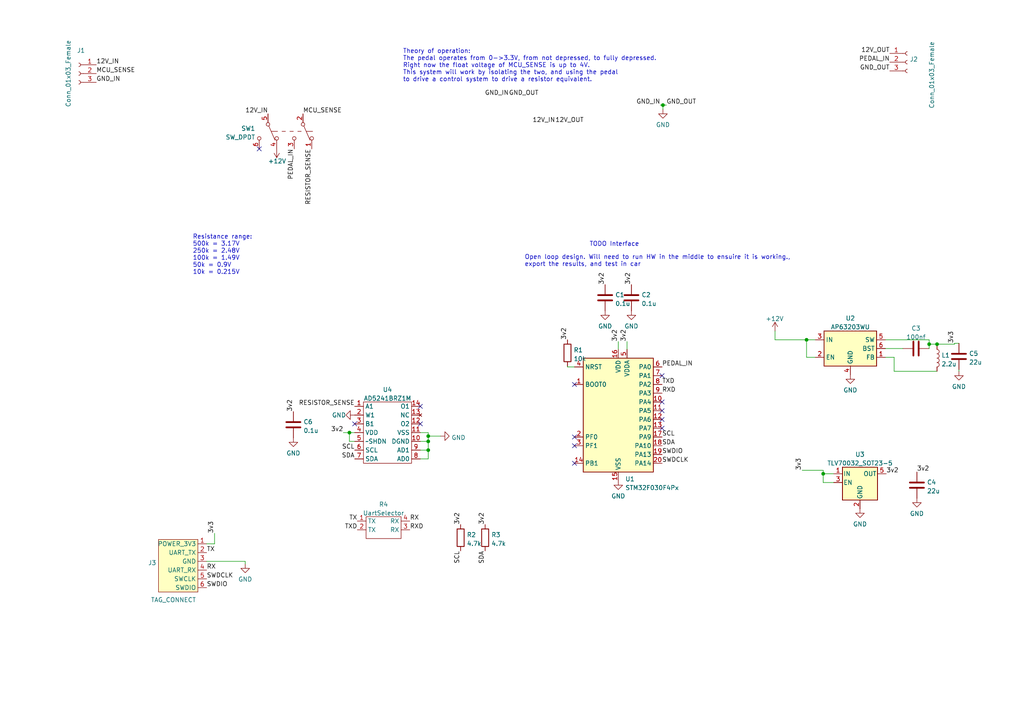
<source format=kicad_sch>
(kicad_sch (version 20211123) (generator eeschema)

  (uuid 81bec941-3efc-4768-a455-62e2093c74e5)

  (paper "A4")

  (lib_symbols
    (symbol "ACTempDisconnect:TAG_CONNECT" (in_bom no) (on_board yes)
      (property "Reference" "J" (id 0) (at -7.62 10.16 0)
        (effects (font (size 1.27 1.27)))
      )
      (property "Value" "TAG_CONNECT" (id 1) (at 2.54 10.16 0)
        (effects (font (size 1.27 1.27)))
      )
      (property "Footprint" "" (id 2) (at 0 0 0)
        (effects (font (size 1.27 1.27)) hide)
      )
      (property "Datasheet" "" (id 3) (at 0 0 0)
        (effects (font (size 1.27 1.27)) hide)
      )
      (symbol "TAG_CONNECT_0_1"
        (rectangle (start 0 7.62) (end -11.43 -7.62)
          (stroke (width 0) (type default) (color 0 0 0 0))
          (fill (type background))
        )
      )
      (symbol "TAG_CONNECT_1_1"
        (pin power_out line (at 2.54 -6.35 180) (length 2.54)
          (name "POWER_3V3" (effects (font (size 1.27 1.27))))
          (number "1" (effects (font (size 1.27 1.27))))
        )
        (pin output line (at 2.54 -3.81 180) (length 2.54)
          (name "UART_TX" (effects (font (size 1.27 1.27))))
          (number "2" (effects (font (size 1.27 1.27))))
        )
        (pin power_out line (at 2.54 -1.27 180) (length 2.54)
          (name "GND" (effects (font (size 1.27 1.27))))
          (number "3" (effects (font (size 1.27 1.27))))
        )
        (pin output line (at 2.54 1.27 180) (length 2.54)
          (name "UART_RX" (effects (font (size 1.27 1.27))))
          (number "4" (effects (font (size 1.27 1.27))))
        )
        (pin output line (at 2.54 3.81 180) (length 2.54)
          (name "SWCLK" (effects (font (size 1.27 1.27))))
          (number "5" (effects (font (size 1.27 1.27))))
        )
        (pin output line (at 2.54 6.35 180) (length 2.54)
          (name "SWDIO" (effects (font (size 1.27 1.27))))
          (number "6" (effects (font (size 1.27 1.27))))
        )
      )
    )
    (symbol "Connector:Conn_01x03_Female" (pin_names (offset 1.016) hide) (in_bom yes) (on_board yes)
      (property "Reference" "J" (id 0) (at 0 5.08 0)
        (effects (font (size 1.27 1.27)))
      )
      (property "Value" "Conn_01x03_Female" (id 1) (at 0 -5.08 0)
        (effects (font (size 1.27 1.27)))
      )
      (property "Footprint" "" (id 2) (at 0 0 0)
        (effects (font (size 1.27 1.27)) hide)
      )
      (property "Datasheet" "~" (id 3) (at 0 0 0)
        (effects (font (size 1.27 1.27)) hide)
      )
      (property "ki_keywords" "connector" (id 4) (at 0 0 0)
        (effects (font (size 1.27 1.27)) hide)
      )
      (property "ki_description" "Generic connector, single row, 01x03, script generated (kicad-library-utils/schlib/autogen/connector/)" (id 5) (at 0 0 0)
        (effects (font (size 1.27 1.27)) hide)
      )
      (property "ki_fp_filters" "Connector*:*_1x??_*" (id 6) (at 0 0 0)
        (effects (font (size 1.27 1.27)) hide)
      )
      (symbol "Conn_01x03_Female_1_1"
        (arc (start 0 -2.032) (mid -0.508 -2.54) (end 0 -3.048)
          (stroke (width 0.1524) (type default) (color 0 0 0 0))
          (fill (type none))
        )
        (polyline
          (pts
            (xy -1.27 -2.54)
            (xy -0.508 -2.54)
          )
          (stroke (width 0.1524) (type default) (color 0 0 0 0))
          (fill (type none))
        )
        (polyline
          (pts
            (xy -1.27 0)
            (xy -0.508 0)
          )
          (stroke (width 0.1524) (type default) (color 0 0 0 0))
          (fill (type none))
        )
        (polyline
          (pts
            (xy -1.27 2.54)
            (xy -0.508 2.54)
          )
          (stroke (width 0.1524) (type default) (color 0 0 0 0))
          (fill (type none))
        )
        (arc (start 0 0.508) (mid -0.508 0) (end 0 -0.508)
          (stroke (width 0.1524) (type default) (color 0 0 0 0))
          (fill (type none))
        )
        (arc (start 0 3.048) (mid -0.508 2.54) (end 0 2.032)
          (stroke (width 0.1524) (type default) (color 0 0 0 0))
          (fill (type none))
        )
        (pin passive line (at -5.08 2.54 0) (length 3.81)
          (name "Pin_1" (effects (font (size 1.27 1.27))))
          (number "1" (effects (font (size 1.27 1.27))))
        )
        (pin passive line (at -5.08 0 0) (length 3.81)
          (name "Pin_2" (effects (font (size 1.27 1.27))))
          (number "2" (effects (font (size 1.27 1.27))))
        )
        (pin passive line (at -5.08 -2.54 0) (length 3.81)
          (name "Pin_3" (effects (font (size 1.27 1.27))))
          (number "3" (effects (font (size 1.27 1.27))))
        )
      )
    )
    (symbol "Device:C" (pin_numbers hide) (pin_names (offset 0.254)) (in_bom yes) (on_board yes)
      (property "Reference" "C" (id 0) (at 0.635 2.54 0)
        (effects (font (size 1.27 1.27)) (justify left))
      )
      (property "Value" "C" (id 1) (at 0.635 -2.54 0)
        (effects (font (size 1.27 1.27)) (justify left))
      )
      (property "Footprint" "" (id 2) (at 0.9652 -3.81 0)
        (effects (font (size 1.27 1.27)) hide)
      )
      (property "Datasheet" "~" (id 3) (at 0 0 0)
        (effects (font (size 1.27 1.27)) hide)
      )
      (property "ki_keywords" "cap capacitor" (id 4) (at 0 0 0)
        (effects (font (size 1.27 1.27)) hide)
      )
      (property "ki_description" "Unpolarized capacitor" (id 5) (at 0 0 0)
        (effects (font (size 1.27 1.27)) hide)
      )
      (property "ki_fp_filters" "C_*" (id 6) (at 0 0 0)
        (effects (font (size 1.27 1.27)) hide)
      )
      (symbol "C_0_1"
        (polyline
          (pts
            (xy -2.032 -0.762)
            (xy 2.032 -0.762)
          )
          (stroke (width 0.508) (type default) (color 0 0 0 0))
          (fill (type none))
        )
        (polyline
          (pts
            (xy -2.032 0.762)
            (xy 2.032 0.762)
          )
          (stroke (width 0.508) (type default) (color 0 0 0 0))
          (fill (type none))
        )
      )
      (symbol "C_1_1"
        (pin passive line (at 0 3.81 270) (length 2.794)
          (name "~" (effects (font (size 1.27 1.27))))
          (number "1" (effects (font (size 1.27 1.27))))
        )
        (pin passive line (at 0 -3.81 90) (length 2.794)
          (name "~" (effects (font (size 1.27 1.27))))
          (number "2" (effects (font (size 1.27 1.27))))
        )
      )
    )
    (symbol "Device:L" (pin_numbers hide) (pin_names (offset 1.016) hide) (in_bom yes) (on_board yes)
      (property "Reference" "L" (id 0) (at -1.27 0 90)
        (effects (font (size 1.27 1.27)))
      )
      (property "Value" "L" (id 1) (at 1.905 0 90)
        (effects (font (size 1.27 1.27)))
      )
      (property "Footprint" "" (id 2) (at 0 0 0)
        (effects (font (size 1.27 1.27)) hide)
      )
      (property "Datasheet" "~" (id 3) (at 0 0 0)
        (effects (font (size 1.27 1.27)) hide)
      )
      (property "ki_keywords" "inductor choke coil reactor magnetic" (id 4) (at 0 0 0)
        (effects (font (size 1.27 1.27)) hide)
      )
      (property "ki_description" "Inductor" (id 5) (at 0 0 0)
        (effects (font (size 1.27 1.27)) hide)
      )
      (property "ki_fp_filters" "Choke_* *Coil* Inductor_* L_*" (id 6) (at 0 0 0)
        (effects (font (size 1.27 1.27)) hide)
      )
      (symbol "L_0_1"
        (arc (start 0 -2.54) (mid 0.635 -1.905) (end 0 -1.27)
          (stroke (width 0) (type default) (color 0 0 0 0))
          (fill (type none))
        )
        (arc (start 0 -1.27) (mid 0.635 -0.635) (end 0 0)
          (stroke (width 0) (type default) (color 0 0 0 0))
          (fill (type none))
        )
        (arc (start 0 0) (mid 0.635 0.635) (end 0 1.27)
          (stroke (width 0) (type default) (color 0 0 0 0))
          (fill (type none))
        )
        (arc (start 0 1.27) (mid 0.635 1.905) (end 0 2.54)
          (stroke (width 0) (type default) (color 0 0 0 0))
          (fill (type none))
        )
      )
      (symbol "L_1_1"
        (pin passive line (at 0 3.81 270) (length 1.27)
          (name "1" (effects (font (size 1.27 1.27))))
          (number "1" (effects (font (size 1.27 1.27))))
        )
        (pin passive line (at 0 -3.81 90) (length 1.27)
          (name "2" (effects (font (size 1.27 1.27))))
          (number "2" (effects (font (size 1.27 1.27))))
        )
      )
    )
    (symbol "Device:R" (pin_numbers hide) (pin_names (offset 0)) (in_bom yes) (on_board yes)
      (property "Reference" "R" (id 0) (at 2.032 0 90)
        (effects (font (size 1.27 1.27)))
      )
      (property "Value" "R" (id 1) (at 0 0 90)
        (effects (font (size 1.27 1.27)))
      )
      (property "Footprint" "" (id 2) (at -1.778 0 90)
        (effects (font (size 1.27 1.27)) hide)
      )
      (property "Datasheet" "~" (id 3) (at 0 0 0)
        (effects (font (size 1.27 1.27)) hide)
      )
      (property "ki_keywords" "R res resistor" (id 4) (at 0 0 0)
        (effects (font (size 1.27 1.27)) hide)
      )
      (property "ki_description" "Resistor" (id 5) (at 0 0 0)
        (effects (font (size 1.27 1.27)) hide)
      )
      (property "ki_fp_filters" "R_*" (id 6) (at 0 0 0)
        (effects (font (size 1.27 1.27)) hide)
      )
      (symbol "R_0_1"
        (rectangle (start -1.016 -2.54) (end 1.016 2.54)
          (stroke (width 0.254) (type default) (color 0 0 0 0))
          (fill (type none))
        )
      )
      (symbol "R_1_1"
        (pin passive line (at 0 3.81 270) (length 1.27)
          (name "~" (effects (font (size 1.27 1.27))))
          (number "1" (effects (font (size 1.27 1.27))))
        )
        (pin passive line (at 0 -3.81 90) (length 1.27)
          (name "~" (effects (font (size 1.27 1.27))))
          (number "2" (effects (font (size 1.27 1.27))))
        )
      )
    )
    (symbol "MCU_ST_STM32F0:STM32F030F4Px" (in_bom yes) (on_board yes)
      (property "Reference" "U" (id 0) (at -10.16 16.51 0)
        (effects (font (size 1.27 1.27)) (justify left))
      )
      (property "Value" "STM32F030F4Px" (id 1) (at 5.08 16.51 0)
        (effects (font (size 1.27 1.27)) (justify left))
      )
      (property "Footprint" "Package_SO:TSSOP-20_4.4x6.5mm_P0.65mm" (id 2) (at -10.16 -17.78 0)
        (effects (font (size 1.27 1.27)) (justify right) hide)
      )
      (property "Datasheet" "http://www.st.com/st-web-ui/static/active/en/resource/technical/document/datasheet/DM00088500.pdf" (id 3) (at 0 0 0)
        (effects (font (size 1.27 1.27)) hide)
      )
      (property "ki_keywords" "ARM Cortex-M0 STM32F0 STM32F0x0 Value Line" (id 4) (at 0 0 0)
        (effects (font (size 1.27 1.27)) hide)
      )
      (property "ki_description" "ARM Cortex-M0 MCU, 16KB flash, 4KB RAM, 48MHz, 2.4-3.6V, 15 GPIO, TSSOP-20" (id 5) (at 0 0 0)
        (effects (font (size 1.27 1.27)) hide)
      )
      (property "ki_fp_filters" "TSSOP*4.4x6.5mm*P0.65mm*" (id 6) (at 0 0 0)
        (effects (font (size 1.27 1.27)) hide)
      )
      (symbol "STM32F030F4Px_0_1"
        (rectangle (start -10.16 -17.78) (end 10.16 15.24)
          (stroke (width 0.254) (type default) (color 0 0 0 0))
          (fill (type background))
        )
      )
      (symbol "STM32F030F4Px_1_1"
        (pin input line (at -12.7 7.62 0) (length 2.54)
          (name "BOOT0" (effects (font (size 1.27 1.27))))
          (number "1" (effects (font (size 1.27 1.27))))
        )
        (pin bidirectional line (at 12.7 2.54 180) (length 2.54)
          (name "PA4" (effects (font (size 1.27 1.27))))
          (number "10" (effects (font (size 1.27 1.27))))
        )
        (pin bidirectional line (at 12.7 0 180) (length 2.54)
          (name "PA5" (effects (font (size 1.27 1.27))))
          (number "11" (effects (font (size 1.27 1.27))))
        )
        (pin bidirectional line (at 12.7 -2.54 180) (length 2.54)
          (name "PA6" (effects (font (size 1.27 1.27))))
          (number "12" (effects (font (size 1.27 1.27))))
        )
        (pin bidirectional line (at 12.7 -5.08 180) (length 2.54)
          (name "PA7" (effects (font (size 1.27 1.27))))
          (number "13" (effects (font (size 1.27 1.27))))
        )
        (pin bidirectional line (at -12.7 -15.24 0) (length 2.54)
          (name "PB1" (effects (font (size 1.27 1.27))))
          (number "14" (effects (font (size 1.27 1.27))))
        )
        (pin power_in line (at 0 -20.32 90) (length 2.54)
          (name "VSS" (effects (font (size 1.27 1.27))))
          (number "15" (effects (font (size 1.27 1.27))))
        )
        (pin power_in line (at 0 17.78 270) (length 2.54)
          (name "VDD" (effects (font (size 1.27 1.27))))
          (number "16" (effects (font (size 1.27 1.27))))
        )
        (pin bidirectional line (at 12.7 -7.62 180) (length 2.54)
          (name "PA9" (effects (font (size 1.27 1.27))))
          (number "17" (effects (font (size 1.27 1.27))))
        )
        (pin bidirectional line (at 12.7 -10.16 180) (length 2.54)
          (name "PA10" (effects (font (size 1.27 1.27))))
          (number "18" (effects (font (size 1.27 1.27))))
        )
        (pin bidirectional line (at 12.7 -12.7 180) (length 2.54)
          (name "PA13" (effects (font (size 1.27 1.27))))
          (number "19" (effects (font (size 1.27 1.27))))
        )
        (pin input line (at -12.7 -7.62 0) (length 2.54)
          (name "PF0" (effects (font (size 1.27 1.27))))
          (number "2" (effects (font (size 1.27 1.27))))
        )
        (pin bidirectional line (at 12.7 -15.24 180) (length 2.54)
          (name "PA14" (effects (font (size 1.27 1.27))))
          (number "20" (effects (font (size 1.27 1.27))))
        )
        (pin input line (at -12.7 -10.16 0) (length 2.54)
          (name "PF1" (effects (font (size 1.27 1.27))))
          (number "3" (effects (font (size 1.27 1.27))))
        )
        (pin input line (at -12.7 12.7 0) (length 2.54)
          (name "NRST" (effects (font (size 1.27 1.27))))
          (number "4" (effects (font (size 1.27 1.27))))
        )
        (pin power_in line (at 2.54 17.78 270) (length 2.54)
          (name "VDDA" (effects (font (size 1.27 1.27))))
          (number "5" (effects (font (size 1.27 1.27))))
        )
        (pin bidirectional line (at 12.7 12.7 180) (length 2.54)
          (name "PA0" (effects (font (size 1.27 1.27))))
          (number "6" (effects (font (size 1.27 1.27))))
        )
        (pin bidirectional line (at 12.7 10.16 180) (length 2.54)
          (name "PA1" (effects (font (size 1.27 1.27))))
          (number "7" (effects (font (size 1.27 1.27))))
        )
        (pin bidirectional line (at 12.7 7.62 180) (length 2.54)
          (name "PA2" (effects (font (size 1.27 1.27))))
          (number "8" (effects (font (size 1.27 1.27))))
        )
        (pin bidirectional line (at 12.7 5.08 180) (length 2.54)
          (name "PA3" (effects (font (size 1.27 1.27))))
          (number "9" (effects (font (size 1.27 1.27))))
        )
      )
    )
    (symbol "New_Library:AD5241BRZ1M" (in_bom yes) (on_board yes)
      (property "Reference" "U" (id 0) (at 1.27 -17.78 0)
        (effects (font (size 1.27 1.27)))
      )
      (property "Value" "AD5241BRZ1M" (id 1) (at 0 2.54 0)
        (effects (font (size 1.27 1.27)))
      )
      (property "Footprint" "" (id 2) (at -8.89 0 0)
        (effects (font (size 1.27 1.27)) hide)
      )
      (property "Datasheet" "" (id 3) (at -8.89 0 0)
        (effects (font (size 1.27 1.27)) hide)
      )
      (symbol "AD5241BRZ1M_0_0"
        (pin bidirectional line (at -8.89 0 0) (length 2.54)
          (name "A1" (effects (font (size 1.27 1.27))))
          (number "1" (effects (font (size 1.27 1.27))))
        )
        (pin power_in line (at 10.16 -10.16 180) (length 2.54)
          (name "DGND" (effects (font (size 1.27 1.27))))
          (number "10" (effects (font (size 1.27 1.27))))
        )
        (pin power_in line (at 10.16 -7.62 180) (length 2.54)
          (name "VSS" (effects (font (size 1.27 1.27))))
          (number "11" (effects (font (size 1.27 1.27))))
        )
        (pin bidirectional line (at 10.16 -5.08 180) (length 2.54)
          (name "O2" (effects (font (size 1.27 1.27))))
          (number "12" (effects (font (size 1.27 1.27))))
        )
        (pin no_connect line (at 10.16 -2.54 180) (length 2.54)
          (name "NC" (effects (font (size 1.27 1.27))))
          (number "13" (effects (font (size 1.27 1.27))))
        )
        (pin bidirectional line (at 10.16 0 180) (length 2.54)
          (name "O1" (effects (font (size 1.27 1.27))))
          (number "14" (effects (font (size 1.27 1.27))))
        )
        (pin bidirectional line (at -8.89 -2.54 0) (length 2.54)
          (name "W1" (effects (font (size 1.27 1.27))))
          (number "2" (effects (font (size 1.27 1.27))))
        )
        (pin bidirectional line (at -8.89 -5.08 0) (length 2.54)
          (name "B1" (effects (font (size 1.27 1.27))))
          (number "3" (effects (font (size 1.27 1.27))))
        )
        (pin power_in line (at -8.89 -7.62 0) (length 2.54)
          (name "VDD" (effects (font (size 1.27 1.27))))
          (number "4" (effects (font (size 1.27 1.27))))
        )
        (pin bidirectional line (at -8.89 -10.16 0) (length 2.54)
          (name "~SHDN" (effects (font (size 1.27 1.27))))
          (number "5" (effects (font (size 1.27 1.27))))
        )
        (pin bidirectional line (at -8.89 -12.7 0) (length 2.54)
          (name "SCL" (effects (font (size 1.27 1.27))))
          (number "6" (effects (font (size 1.27 1.27))))
        )
        (pin bidirectional line (at -8.89 -15.24 0) (length 2.54)
          (name "SDA" (effects (font (size 1.27 1.27))))
          (number "7" (effects (font (size 1.27 1.27))))
        )
        (pin bidirectional line (at 10.16 -15.24 180) (length 2.54)
          (name "AD0" (effects (font (size 1.27 1.27))))
          (number "8" (effects (font (size 1.27 1.27))))
        )
        (pin bidirectional line (at 10.16 -12.7 180) (length 2.54)
          (name "AD1" (effects (font (size 1.27 1.27))))
          (number "9" (effects (font (size 1.27 1.27))))
        )
      )
      (symbol "AD5241BRZ1M_0_1"
        (rectangle (start -6.35 1.27) (end 7.62 -16.51)
          (stroke (width 0) (type default) (color 0 0 0 0))
          (fill (type none))
        )
      )
    )
    (symbol "New_Library:UartSelector" (in_bom yes) (on_board yes)
      (property "Reference" "R" (id 0) (at 0 -6.35 0)
        (effects (font (size 1.27 1.27)))
      )
      (property "Value" "UartSelector" (id 1) (at 0 2.54 0)
        (effects (font (size 1.27 1.27)))
      )
      (property "Footprint" "" (id 2) (at 0 0 0)
        (effects (font (size 1.27 1.27)) hide)
      )
      (property "Datasheet" "" (id 3) (at 0 0 0)
        (effects (font (size 1.27 1.27)) hide)
      )
      (symbol "UartSelector_0_1"
        (rectangle (start -5.08 1.27) (end 5.08 -5.08)
          (stroke (width 0) (type default) (color 0 0 0 0))
          (fill (type none))
        )
      )
      (symbol "UartSelector_1_1"
        (pin output line (at -7.62 0 0) (length 2.54)
          (name "TX" (effects (font (size 1.27 1.27))))
          (number "1" (effects (font (size 1.27 1.27))))
        )
        (pin output line (at -7.62 -2.54 0) (length 2.54)
          (name "TX" (effects (font (size 1.27 1.27))))
          (number "2" (effects (font (size 1.27 1.27))))
        )
        (pin input line (at 7.62 -2.54 180) (length 2.54)
          (name "RX" (effects (font (size 1.27 1.27))))
          (number "3" (effects (font (size 1.27 1.27))))
        )
        (pin input line (at 7.62 0 180) (length 2.54)
          (name "RX" (effects (font (size 1.27 1.27))))
          (number "4" (effects (font (size 1.27 1.27))))
        )
      )
    )
    (symbol "Regulator_Linear:TLV70032_SOT23-5" (pin_names (offset 0.254)) (in_bom yes) (on_board yes)
      (property "Reference" "U" (id 0) (at -3.81 5.715 0)
        (effects (font (size 1.27 1.27)))
      )
      (property "Value" "TLV70032_SOT23-5" (id 1) (at 0 5.715 0)
        (effects (font (size 1.27 1.27)) (justify left))
      )
      (property "Footprint" "Package_TO_SOT_SMD:SOT-23-5" (id 2) (at 0 8.255 0)
        (effects (font (size 1.27 1.27) italic) hide)
      )
      (property "Datasheet" "http://www.ti.com/lit/ds/symlink/tlv700.pdf" (id 3) (at 0 1.27 0)
        (effects (font (size 1.27 1.27)) hide)
      )
      (property "ki_keywords" "200mA LDO Regulator Fixed Positive" (id 4) (at 0 0 0)
        (effects (font (size 1.27 1.27)) hide)
      )
      (property "ki_description" "200mA Low Dropout Voltage Regulator, Fixed Output 3.2V, SOT-23-5" (id 5) (at 0 0 0)
        (effects (font (size 1.27 1.27)) hide)
      )
      (property "ki_fp_filters" "SOT?23*" (id 6) (at 0 0 0)
        (effects (font (size 1.27 1.27)) hide)
      )
      (symbol "TLV70032_SOT23-5_0_1"
        (rectangle (start -5.08 4.445) (end 5.08 -5.08)
          (stroke (width 0.254) (type default) (color 0 0 0 0))
          (fill (type background))
        )
      )
      (symbol "TLV70032_SOT23-5_1_1"
        (pin power_in line (at -7.62 2.54 0) (length 2.54)
          (name "IN" (effects (font (size 1.27 1.27))))
          (number "1" (effects (font (size 1.27 1.27))))
        )
        (pin power_in line (at 0 -7.62 90) (length 2.54)
          (name "GND" (effects (font (size 1.27 1.27))))
          (number "2" (effects (font (size 1.27 1.27))))
        )
        (pin input line (at -7.62 0 0) (length 2.54)
          (name "EN" (effects (font (size 1.27 1.27))))
          (number "3" (effects (font (size 1.27 1.27))))
        )
        (pin no_connect line (at 5.08 0 180) (length 2.54) hide
          (name "NC" (effects (font (size 1.27 1.27))))
          (number "4" (effects (font (size 1.27 1.27))))
        )
        (pin power_out line (at 7.62 2.54 180) (length 2.54)
          (name "OUT" (effects (font (size 1.27 1.27))))
          (number "5" (effects (font (size 1.27 1.27))))
        )
      )
    )
    (symbol "Regulator_Switching:AP63203WU" (in_bom yes) (on_board yes)
      (property "Reference" "U" (id 0) (at -7.62 6.35 0)
        (effects (font (size 1.27 1.27)))
      )
      (property "Value" "AP63203WU" (id 1) (at 2.54 6.35 0)
        (effects (font (size 1.27 1.27)))
      )
      (property "Footprint" "Package_TO_SOT_SMD:TSOT-23-6" (id 2) (at 0 -22.86 0)
        (effects (font (size 1.27 1.27)) hide)
      )
      (property "Datasheet" "https://www.diodes.com/assets/Datasheets/AP63200-AP63201-AP63203-AP63205.pdf" (id 3) (at 0 0 0)
        (effects (font (size 1.27 1.27)) hide)
      )
      (property "ki_keywords" "2A Buck DC/DC" (id 4) (at 0 0 0)
        (effects (font (size 1.27 1.27)) hide)
      )
      (property "ki_description" "2A, 1.1MHz Buck DC/DC Converter, fixed 3.3V output voltage, TSOT-23-6" (id 5) (at 0 0 0)
        (effects (font (size 1.27 1.27)) hide)
      )
      (property "ki_fp_filters" "TSOT?23*" (id 6) (at 0 0 0)
        (effects (font (size 1.27 1.27)) hide)
      )
      (symbol "AP63203WU_0_1"
        (rectangle (start -7.62 5.08) (end 7.62 -5.08)
          (stroke (width 0.254) (type default) (color 0 0 0 0))
          (fill (type background))
        )
      )
      (symbol "AP63203WU_1_1"
        (pin input line (at 10.16 -2.54 180) (length 2.54)
          (name "FB" (effects (font (size 1.27 1.27))))
          (number "1" (effects (font (size 1.27 1.27))))
        )
        (pin input line (at -10.16 -2.54 0) (length 2.54)
          (name "EN" (effects (font (size 1.27 1.27))))
          (number "2" (effects (font (size 1.27 1.27))))
        )
        (pin power_in line (at -10.16 2.54 0) (length 2.54)
          (name "IN" (effects (font (size 1.27 1.27))))
          (number "3" (effects (font (size 1.27 1.27))))
        )
        (pin power_in line (at 0 -7.62 90) (length 2.54)
          (name "GND" (effects (font (size 1.27 1.27))))
          (number "4" (effects (font (size 1.27 1.27))))
        )
        (pin output line (at 10.16 2.54 180) (length 2.54)
          (name "SW" (effects (font (size 1.27 1.27))))
          (number "5" (effects (font (size 1.27 1.27))))
        )
        (pin passive line (at 10.16 0 180) (length 2.54)
          (name "BST" (effects (font (size 1.27 1.27))))
          (number "6" (effects (font (size 1.27 1.27))))
        )
      )
    )
    (symbol "Switch:SW_Push_DPDT" (pin_names (offset 0) hide) (in_bom yes) (on_board yes)
      (property "Reference" "SW" (id 0) (at 0 8.89 0)
        (effects (font (size 1.27 1.27)))
      )
      (property "Value" "SW_Push_DPDT" (id 1) (at 0 -10.16 0)
        (effects (font (size 1.27 1.27)))
      )
      (property "Footprint" "" (id 2) (at 0 5.08 0)
        (effects (font (size 1.27 1.27)) hide)
      )
      (property "Datasheet" "~" (id 3) (at 0 5.08 0)
        (effects (font (size 1.27 1.27)) hide)
      )
      (property "ki_keywords" "switch dual-pole double-throw spdt ON-ON" (id 4) (at 0 0 0)
        (effects (font (size 1.27 1.27)) hide)
      )
      (property "ki_description" "Momentary Switch, dual pole double throw" (id 5) (at 0 0 0)
        (effects (font (size 1.27 1.27)) hide)
      )
      (symbol "SW_Push_DPDT_0_0"
        (circle (center -2.032 -5.08) (radius 0.508)
          (stroke (width 0) (type default) (color 0 0 0 0))
          (fill (type none))
        )
        (circle (center -2.032 5.08) (radius 0.508)
          (stroke (width 0) (type default) (color 0 0 0 0))
          (fill (type none))
        )
        (circle (center 2.032 -7.62) (radius 0.508)
          (stroke (width 0) (type default) (color 0 0 0 0))
          (fill (type none))
        )
        (circle (center 2.032 2.54) (radius 0.508)
          (stroke (width 0) (type default) (color 0 0 0 0))
          (fill (type none))
        )
      )
      (symbol "SW_Push_DPDT_0_1"
        (polyline
          (pts
            (xy -1.524 -4.826)
            (xy 2.54 -3.048)
          )
          (stroke (width 0) (type default) (color 0 0 0 0))
          (fill (type none))
        )
        (polyline
          (pts
            (xy -1.524 5.334)
            (xy 2.54 7.112)
          )
          (stroke (width 0) (type default) (color 0 0 0 0))
          (fill (type none))
        )
        (polyline
          (pts
            (xy 0 -2.286)
            (xy 0 -4.064)
          )
          (stroke (width 0) (type default) (color 0 0 0 0))
          (fill (type none))
        )
        (polyline
          (pts
            (xy 0 -1.016)
            (xy 0 0)
          )
          (stroke (width 0) (type default) (color 0 0 0 0))
          (fill (type none))
        )
        (polyline
          (pts
            (xy 0 1.27)
            (xy 0 2.286)
          )
          (stroke (width 0) (type default) (color 0 0 0 0))
          (fill (type none))
        )
        (polyline
          (pts
            (xy 0 3.556)
            (xy 0 4.572)
          )
          (stroke (width 0) (type default) (color 0 0 0 0))
          (fill (type none))
        )
        (polyline
          (pts
            (xy 0 7.874)
            (xy 0 6.096)
          )
          (stroke (width 0) (type default) (color 0 0 0 0))
          (fill (type none))
        )
        (circle (center 2.032 -2.54) (radius 0.508)
          (stroke (width 0) (type default) (color 0 0 0 0))
          (fill (type none))
        )
        (circle (center 2.032 7.62) (radius 0.508)
          (stroke (width 0) (type default) (color 0 0 0 0))
          (fill (type none))
        )
      )
      (symbol "SW_Push_DPDT_1_1"
        (pin passive line (at 5.08 7.62 180) (length 2.54)
          (name "A" (effects (font (size 1.27 1.27))))
          (number "1" (effects (font (size 1.27 1.27))))
        )
        (pin passive line (at -5.08 5.08 0) (length 2.54)
          (name "B" (effects (font (size 1.27 1.27))))
          (number "2" (effects (font (size 1.27 1.27))))
        )
        (pin passive line (at 5.08 2.54 180) (length 2.54)
          (name "C" (effects (font (size 1.27 1.27))))
          (number "3" (effects (font (size 1.27 1.27))))
        )
        (pin passive line (at 5.08 -2.54 180) (length 2.54)
          (name "A" (effects (font (size 1.27 1.27))))
          (number "4" (effects (font (size 1.27 1.27))))
        )
        (pin passive line (at -5.08 -5.08 0) (length 2.54)
          (name "B" (effects (font (size 1.27 1.27))))
          (number "5" (effects (font (size 1.27 1.27))))
        )
        (pin passive line (at 5.08 -7.62 180) (length 2.54)
          (name "C" (effects (font (size 1.27 1.27))))
          (number "6" (effects (font (size 1.27 1.27))))
        )
      )
    )
    (symbol "power:+12V" (power) (pin_names (offset 0)) (in_bom yes) (on_board yes)
      (property "Reference" "#PWR" (id 0) (at 0 -3.81 0)
        (effects (font (size 1.27 1.27)) hide)
      )
      (property "Value" "+12V" (id 1) (at 0 3.556 0)
        (effects (font (size 1.27 1.27)))
      )
      (property "Footprint" "" (id 2) (at 0 0 0)
        (effects (font (size 1.27 1.27)) hide)
      )
      (property "Datasheet" "" (id 3) (at 0 0 0)
        (effects (font (size 1.27 1.27)) hide)
      )
      (property "ki_keywords" "power-flag" (id 4) (at 0 0 0)
        (effects (font (size 1.27 1.27)) hide)
      )
      (property "ki_description" "Power symbol creates a global label with name \"+12V\"" (id 5) (at 0 0 0)
        (effects (font (size 1.27 1.27)) hide)
      )
      (symbol "+12V_0_1"
        (polyline
          (pts
            (xy -0.762 1.27)
            (xy 0 2.54)
          )
          (stroke (width 0) (type default) (color 0 0 0 0))
          (fill (type none))
        )
        (polyline
          (pts
            (xy 0 0)
            (xy 0 2.54)
          )
          (stroke (width 0) (type default) (color 0 0 0 0))
          (fill (type none))
        )
        (polyline
          (pts
            (xy 0 2.54)
            (xy 0.762 1.27)
          )
          (stroke (width 0) (type default) (color 0 0 0 0))
          (fill (type none))
        )
      )
      (symbol "+12V_1_1"
        (pin power_in line (at 0 0 90) (length 0) hide
          (name "+12V" (effects (font (size 1.27 1.27))))
          (number "1" (effects (font (size 1.27 1.27))))
        )
      )
    )
    (symbol "power:GND" (power) (pin_names (offset 0)) (in_bom yes) (on_board yes)
      (property "Reference" "#PWR" (id 0) (at 0 -6.35 0)
        (effects (font (size 1.27 1.27)) hide)
      )
      (property "Value" "GND" (id 1) (at 0 -3.81 0)
        (effects (font (size 1.27 1.27)))
      )
      (property "Footprint" "" (id 2) (at 0 0 0)
        (effects (font (size 1.27 1.27)) hide)
      )
      (property "Datasheet" "" (id 3) (at 0 0 0)
        (effects (font (size 1.27 1.27)) hide)
      )
      (property "ki_keywords" "power-flag" (id 4) (at 0 0 0)
        (effects (font (size 1.27 1.27)) hide)
      )
      (property "ki_description" "Power symbol creates a global label with name \"GND\" , ground" (id 5) (at 0 0 0)
        (effects (font (size 1.27 1.27)) hide)
      )
      (symbol "GND_0_1"
        (polyline
          (pts
            (xy 0 0)
            (xy 0 -1.27)
            (xy 1.27 -1.27)
            (xy 0 -2.54)
            (xy -1.27 -1.27)
            (xy 0 -1.27)
          )
          (stroke (width 0) (type default) (color 0 0 0 0))
          (fill (type none))
        )
      )
      (symbol "GND_1_1"
        (pin power_in line (at 0 0 270) (length 0) hide
          (name "GND" (effects (font (size 1.27 1.27))))
          (number "1" (effects (font (size 1.27 1.27))))
        )
      )
    )
  )

  (junction (at 233.934 98.552) (diameter 0) (color 0 0 0 0)
    (uuid 0b42b5fe-033d-422c-bbf6-a9056e71759d)
  )
  (junction (at 271.78 99.822) (diameter 0) (color 0 0 0 0)
    (uuid 152f8605-289d-43c6-98a3-b1862b704d02)
  )
  (junction (at 124.206 126.492) (diameter 0) (color 0 0 0 0)
    (uuid 45fdd326-af26-46f3-8de0-1e5ba5118879)
  )
  (junction (at 192.278 30.48) (diameter 0) (color 0 0 0 0)
    (uuid 50e721ad-65d6-4bec-aad8-589dfaecbae3)
  )
  (junction (at 238.76 137.414) (diameter 0) (color 0 0 0 0)
    (uuid 99a83fbc-8847-4271-9245-3e1e51ed4e7d)
  )
  (junction (at 124.206 128.016) (diameter 0) (color 0 0 0 0)
    (uuid 99a9ca85-3912-46bd-892c-559668b32e65)
  )
  (junction (at 124.206 130.556) (diameter 0) (color 0 0 0 0)
    (uuid bae667c5-83a7-449c-b18f-ddd9033092d3)
  )
  (junction (at 101.346 125.476) (diameter 0) (color 0 0 0 0)
    (uuid e73c5daa-afda-4e0c-bfe3-7f877b5df9ab)
  )
  (junction (at 269.494 99.822) (diameter 0) (color 0 0 0 0)
    (uuid fada25da-0120-4314-a622-75fac93eb3c6)
  )

  (no_connect (at 121.92 122.936) (uuid 05799b57-0d1b-4e6e-8e3e-ac7d720f3fd9))
  (no_connect (at 121.92 117.856) (uuid 05799b57-0d1b-4e6e-8e3e-ac7d720f3fda))
  (no_connect (at 192.024 108.966) (uuid 227918bb-9ac7-4897-8df9-372aaf0e6502))
  (no_connect (at 192.024 116.586) (uuid 227918bb-9ac7-4897-8df9-372aaf0e6503))
  (no_connect (at 192.024 119.126) (uuid 227918bb-9ac7-4897-8df9-372aaf0e6504))
  (no_connect (at 192.024 121.666) (uuid 227918bb-9ac7-4897-8df9-372aaf0e6505))
  (no_connect (at 192.024 124.206) (uuid 227918bb-9ac7-4897-8df9-372aaf0e6506))
  (no_connect (at 166.624 111.506) (uuid 227918bb-9ac7-4897-8df9-372aaf0e6507))
  (no_connect (at 75.184 43.18) (uuid 5079f040-70af-49ec-89b9-0deac115f6a1))
  (no_connect (at 102.87 122.936) (uuid 5c029574-3798-44bc-8027-d4ba8181dd77))
  (no_connect (at 166.624 126.746) (uuid d703f1d8-bfef-4cb8-b46e-4cea459057b7))
  (no_connect (at 166.624 129.286) (uuid d703f1d8-bfef-4cb8-b46e-4cea459057b8))
  (no_connect (at 166.624 134.366) (uuid d703f1d8-bfef-4cb8-b46e-4cea459057b9))

  (wire (pts (xy 256.794 103.632) (xy 259.334 103.632))
    (stroke (width 0) (type default) (color 0 0 0 0))
    (uuid 01d615b9-c4b2-4c8b-ae9a-f6a24d9027b0)
  )
  (wire (pts (xy 62.23 157.734) (xy 62.23 154.686))
    (stroke (width 0) (type default) (color 0 0 0 0))
    (uuid 042df056-aa31-4062-b3eb-58b36b80ef2d)
  )
  (wire (pts (xy 238.76 139.954) (xy 241.808 139.954))
    (stroke (width 0) (type default) (color 0 0 0 0))
    (uuid 049093ae-aebc-4878-8191-90177c1f9940)
  )
  (wire (pts (xy 192.278 30.48) (xy 192.278 31.75))
    (stroke (width 0) (type default) (color 0 0 0 0))
    (uuid 0c3040b9-2398-438c-ad64-ddeea44d8307)
  )
  (wire (pts (xy 59.944 157.734) (xy 62.23 157.734))
    (stroke (width 0) (type default) (color 0 0 0 0))
    (uuid 13631dc6-ae53-4b36-ae28-b137da8e06dc)
  )
  (wire (pts (xy 191.516 30.48) (xy 192.278 30.48))
    (stroke (width 0) (type default) (color 0 0 0 0))
    (uuid 284d0892-3df2-401c-95a4-a878a61e6b8a)
  )
  (wire (pts (xy 238.76 137.414) (xy 238.76 139.954))
    (stroke (width 0) (type default) (color 0 0 0 0))
    (uuid 32764a20-47cf-4a1c-a331-605c8d588118)
  )
  (wire (pts (xy 269.494 98.552) (xy 269.494 99.822))
    (stroke (width 0) (type default) (color 0 0 0 0))
    (uuid 37718e0d-6e8a-4a8b-9d2f-820d03ea566b)
  )
  (wire (pts (xy 124.206 130.556) (xy 124.206 133.096))
    (stroke (width 0) (type default) (color 0 0 0 0))
    (uuid 3a672331-89c8-4f9e-a6fd-bdd685071892)
  )
  (wire (pts (xy 232.664 136.398) (xy 238.76 136.398))
    (stroke (width 0) (type default) (color 0 0 0 0))
    (uuid 3ce17928-0656-4ea7-8535-01bf8d4d3396)
  )
  (wire (pts (xy 124.206 125.476) (xy 124.206 126.492))
    (stroke (width 0) (type default) (color 0 0 0 0))
    (uuid 3f79c31f-9090-4fc5-bfbb-571ce84e167e)
  )
  (wire (pts (xy 59.944 162.814) (xy 71.12 162.814))
    (stroke (width 0) (type default) (color 0 0 0 0))
    (uuid 44b76cfd-fa13-40b3-b028-027e77052c8f)
  )
  (wire (pts (xy 259.334 103.632) (xy 259.334 107.696))
    (stroke (width 0) (type default) (color 0 0 0 0))
    (uuid 4ae26eaa-858f-4884-8415-2e3975ea0472)
  )
  (wire (pts (xy 164.592 106.426) (xy 166.624 106.426))
    (stroke (width 0) (type default) (color 0 0 0 0))
    (uuid 4e3d8018-b208-4f60-95db-8840fcf3f831)
  )
  (wire (pts (xy 101.346 128.016) (xy 101.346 125.476))
    (stroke (width 0) (type default) (color 0 0 0 0))
    (uuid 4ee06264-f5c5-4f6d-ae50-7dd150b42510)
  )
  (wire (pts (xy 121.92 125.476) (xy 124.206 125.476))
    (stroke (width 0) (type default) (color 0 0 0 0))
    (uuid 53f5eea0-4274-4702-ad68-053cd20aa934)
  )
  (wire (pts (xy 278.13 107.696) (xy 278.13 107.188))
    (stroke (width 0) (type default) (color 0 0 0 0))
    (uuid 54ce1d64-bc60-424e-b9a0-8bee9a19d6b2)
  )
  (wire (pts (xy 269.494 99.822) (xy 271.78 99.822))
    (stroke (width 0) (type default) (color 0 0 0 0))
    (uuid 60465653-e0e8-4035-80f1-5e8cf629585e)
  )
  (wire (pts (xy 124.206 130.556) (xy 124.206 128.016))
    (stroke (width 0) (type default) (color 0 0 0 0))
    (uuid 617c7dd5-7dd7-4d2c-997e-70919f1a68c7)
  )
  (wire (pts (xy 224.79 96.012) (xy 224.79 98.552))
    (stroke (width 0) (type default) (color 0 0 0 0))
    (uuid 6c81e92a-a5b8-4050-b48d-88eefdc54412)
  )
  (wire (pts (xy 101.346 125.476) (xy 102.87 125.476))
    (stroke (width 0) (type default) (color 0 0 0 0))
    (uuid 6ec5ea8f-f416-47da-9ef5-fd68164af73e)
  )
  (wire (pts (xy 181.864 99.06) (xy 181.864 101.346))
    (stroke (width 0) (type default) (color 0 0 0 0))
    (uuid 792b65bd-225b-47a6-a13d-f0b70449a808)
  )
  (wire (pts (xy 164.592 106.172) (xy 164.592 106.426))
    (stroke (width 0) (type default) (color 0 0 0 0))
    (uuid 7bf1bc56-9f31-484a-a368-4cdba6e50250)
  )
  (wire (pts (xy 259.334 107.696) (xy 271.78 107.696))
    (stroke (width 0) (type default) (color 0 0 0 0))
    (uuid 812b21bd-1f1e-48b9-9612-3a20f0a08a8b)
  )
  (wire (pts (xy 233.934 103.632) (xy 233.934 98.552))
    (stroke (width 0) (type default) (color 0 0 0 0))
    (uuid 824e9a8e-431a-45e2-8312-5e73e779175f)
  )
  (wire (pts (xy 271.78 99.822) (xy 271.78 100.076))
    (stroke (width 0) (type default) (color 0 0 0 0))
    (uuid 8825d518-da13-4973-8a76-e40027fcbc03)
  )
  (wire (pts (xy 71.12 162.814) (xy 71.12 163.576))
    (stroke (width 0) (type default) (color 0 0 0 0))
    (uuid 8b726002-dce2-4895-bf83-1f3e6485a21c)
  )
  (wire (pts (xy 236.474 103.632) (xy 233.934 103.632))
    (stroke (width 0) (type default) (color 0 0 0 0))
    (uuid a46feddb-e1ad-4a0d-8dab-3ea081b36b84)
  )
  (wire (pts (xy 269.494 99.822) (xy 269.494 101.092))
    (stroke (width 0) (type default) (color 0 0 0 0))
    (uuid a5249a55-5e65-4dc0-8f56-dc8154eab504)
  )
  (wire (pts (xy 276.86 99.568) (xy 278.13 99.568))
    (stroke (width 0) (type default) (color 0 0 0 0))
    (uuid a611401a-3ad4-49cd-acc1-33805b45a405)
  )
  (wire (pts (xy 124.206 126.492) (xy 127.762 126.492))
    (stroke (width 0) (type default) (color 0 0 0 0))
    (uuid a78a817c-407e-42ce-b73a-dd97b1145e5f)
  )
  (wire (pts (xy 102.87 128.016) (xy 101.346 128.016))
    (stroke (width 0) (type default) (color 0 0 0 0))
    (uuid b1f725a3-8ae1-4a53-a05a-e24775ec9463)
  )
  (wire (pts (xy 233.934 98.552) (xy 236.474 98.552))
    (stroke (width 0) (type default) (color 0 0 0 0))
    (uuid b73f0914-af0e-432c-92de-d33562998f63)
  )
  (wire (pts (xy 121.92 130.556) (xy 124.206 130.556))
    (stroke (width 0) (type default) (color 0 0 0 0))
    (uuid bb7b75a8-caef-4f3b-a465-8fae18e250c1)
  )
  (wire (pts (xy 256.794 98.552) (xy 269.494 98.552))
    (stroke (width 0) (type default) (color 0 0 0 0))
    (uuid bbf21a24-60d1-45a9-b870-1a7415de9256)
  )
  (wire (pts (xy 271.78 99.822) (xy 276.86 99.822))
    (stroke (width 0) (type default) (color 0 0 0 0))
    (uuid bfef4637-3d9c-4947-a970-d0f3a7038ec2)
  )
  (wire (pts (xy 179.324 99.06) (xy 179.324 101.346))
    (stroke (width 0) (type default) (color 0 0 0 0))
    (uuid c1a381a1-e99c-490a-b08a-2c4161a7ecdd)
  )
  (wire (pts (xy 121.92 128.016) (xy 124.206 128.016))
    (stroke (width 0) (type default) (color 0 0 0 0))
    (uuid c1e6779e-8b5e-4a47-ac1c-967184f9535c)
  )
  (wire (pts (xy 99.568 125.476) (xy 101.346 125.476))
    (stroke (width 0) (type default) (color 0 0 0 0))
    (uuid cb1d8d1e-9f4d-483e-90ca-1ed93f032d58)
  )
  (wire (pts (xy 224.79 98.552) (xy 233.934 98.552))
    (stroke (width 0) (type default) (color 0 0 0 0))
    (uuid d23fbc33-cb1e-4622-99b3-cb7485050862)
  )
  (wire (pts (xy 121.92 133.096) (xy 124.206 133.096))
    (stroke (width 0) (type default) (color 0 0 0 0))
    (uuid da00c69a-5558-4eae-8cfe-5b68680a14fe)
  )
  (wire (pts (xy 276.86 99.822) (xy 276.86 99.568))
    (stroke (width 0) (type default) (color 0 0 0 0))
    (uuid e1856603-f27a-480f-8b1f-67f85eaff8ee)
  )
  (wire (pts (xy 192.278 30.48) (xy 193.294 30.48))
    (stroke (width 0) (type default) (color 0 0 0 0))
    (uuid e682d310-5f10-40a1-ae25-099e360d9249)
  )
  (wire (pts (xy 238.76 137.414) (xy 241.808 137.414))
    (stroke (width 0) (type default) (color 0 0 0 0))
    (uuid e695a0eb-a158-4403-a3b0-771df2e73262)
  )
  (wire (pts (xy 238.76 136.398) (xy 238.76 137.414))
    (stroke (width 0) (type default) (color 0 0 0 0))
    (uuid f5d81b24-7e64-427a-8ed8-45e33011beef)
  )
  (wire (pts (xy 256.794 101.092) (xy 261.874 101.092))
    (stroke (width 0) (type default) (color 0 0 0 0))
    (uuid f8d4fe5a-158f-40dd-ac05-2cc749755c6d)
  )
  (wire (pts (xy 124.206 128.016) (xy 124.206 126.492))
    (stroke (width 0) (type default) (color 0 0 0 0))
    (uuid fc76d371-a0c5-4102-b492-2229ce0f1769)
  )

  (text "Resistance range:\n500k = 3.17V\n250k = 2.48V\n100k = 1.49V\n50k = 0.9V\n10k = 0.215V"
    (at 55.88 79.756 0)
    (effects (font (size 1.27 1.27)) (justify left bottom))
    (uuid 90cc65d2-30e3-4d42-8e48-d8a3b4554968)
  )
  (text "Theory of operation:\nThe pedal operates from 0->3.3V, from not depressed, to fully depressed.\nRight now the float voltage of MCU_SENSE is up to 4V. \nThis system will work by isolating the two, and using the pedal\nto drive a control system to drive a resistor equivalent."
    (at 116.84 23.876 0)
    (effects (font (size 1.27 1.27)) (justify left bottom))
    (uuid 9a6e7468-e112-4a8f-8f45-a952fb18dcae)
  )
  (text "TODO Interface" (at 170.942 71.628 0)
    (effects (font (size 1.27 1.27)) (justify left bottom))
    (uuid dc789297-e3ac-42da-9d43-7010e272c32a)
  )
  (text "Open loop design. Will need to run HW in the middle to ensuire it is working.,\nexport the results, and test in car"
    (at 152.146 77.47 0)
    (effects (font (size 1.27 1.27)) (justify left bottom))
    (uuid dd647e6f-852b-4fdd-8272-974f90dd80c7)
  )

  (label "SWDCLK" (at 192.024 134.366 0)
    (effects (font (size 1.27 1.27)) (justify left bottom))
    (uuid 04c97ac0-d9a2-4ac4-9e8f-990c4d12a41a)
  )
  (label "MCU_SENSE" (at 87.884 33.02 0)
    (effects (font (size 1.27 1.27)) (justify left bottom))
    (uuid 050910ed-b9b1-460e-9d0e-9b76801bb536)
  )
  (label "12V_IN" (at 161.036 35.814 180)
    (effects (font (size 1.27 1.27)) (justify right bottom))
    (uuid 0b07ac2e-4d9a-4398-b9ed-f44343b0e766)
  )
  (label "3v2" (at 183.134 82.55 90)
    (effects (font (size 1.27 1.27)) (justify left bottom))
    (uuid 1c039a9b-3b3f-4b43-bfd5-4dedc348c2d1)
  )
  (label "3v3" (at 232.664 136.398 90)
    (effects (font (size 1.27 1.27)) (justify left bottom))
    (uuid 1f279846-e094-44f6-9448-9f67a4d83e2e)
  )
  (label "RESISTOR_SENSE" (at 102.87 117.856 180)
    (effects (font (size 1.27 1.27)) (justify right bottom))
    (uuid 247282cc-6869-4ab6-a8ae-98d9acce214f)
  )
  (label "3v3" (at 276.86 99.568 90)
    (effects (font (size 1.27 1.27)) (justify left bottom))
    (uuid 251f754e-2a17-4a0c-b8c0-8ad8daceff10)
  )
  (label "PEDAL_IN" (at 258.064 18.034 180)
    (effects (font (size 1.27 1.27)) (justify right bottom))
    (uuid 26055f3d-afbc-4f45-9a46-154f1f790ea9)
  )
  (label "3v2" (at 179.324 99.06 90)
    (effects (font (size 1.27 1.27)) (justify left bottom))
    (uuid 2853c39e-c156-466f-9ff4-3b9bee824676)
  )
  (label "SCL" (at 192.024 126.746 0)
    (effects (font (size 1.27 1.27)) (justify left bottom))
    (uuid 2bbb5caa-7eb4-4d71-87df-7667cef81f60)
  )
  (label "TX" (at 103.632 151.13 180)
    (effects (font (size 1.27 1.27)) (justify right bottom))
    (uuid 30c518a6-0715-495c-bc59-66f762492dde)
  )
  (label "RXD" (at 118.872 153.67 0)
    (effects (font (size 1.27 1.27)) (justify left bottom))
    (uuid 31fe06e5-d56f-4205-8606-4f8c48f7cbef)
  )
  (label "RX" (at 118.872 151.13 0)
    (effects (font (size 1.27 1.27)) (justify left bottom))
    (uuid 4094d6a3-2cc3-4199-8bbe-360b077cd583)
  )
  (label "SCL" (at 102.87 130.556 180)
    (effects (font (size 1.27 1.27)) (justify right bottom))
    (uuid 419082d2-3583-49b7-9e7d-6550008ae16c)
  )
  (label "MCU_SENSE" (at 27.94 21.336 0)
    (effects (font (size 1.27 1.27)) (justify left bottom))
    (uuid 42ca6028-065c-438f-b13c-53069e40f05a)
  )
  (label "TX" (at 59.944 160.274 0)
    (effects (font (size 1.27 1.27)) (justify left bottom))
    (uuid 4ec1ae1f-ac07-4dab-85be-99086c93f5f6)
  )
  (label "3v2" (at 265.938 136.906 0)
    (effects (font (size 1.27 1.27)) (justify left bottom))
    (uuid 4fbeb8f1-1b70-47b1-a737-e6f3b2ed26f2)
  )
  (label "3v2" (at 85.09 119.38 90)
    (effects (font (size 1.27 1.27)) (justify left bottom))
    (uuid 50e364af-63e6-4506-acc1-3861036a103a)
  )
  (label "3v2" (at 99.568 125.476 180)
    (effects (font (size 1.27 1.27)) (justify right bottom))
    (uuid 5173e4f9-bbba-43ce-90d4-92e046f231fa)
  )
  (label "GND_IN" (at 147.574 27.94 180)
    (effects (font (size 1.27 1.27)) (justify right bottom))
    (uuid 619009d1-4b00-4525-a380-0caf82e8b3cf)
  )
  (label "RX" (at 59.944 165.354 0)
    (effects (font (size 1.27 1.27)) (justify left bottom))
    (uuid 62c41398-a3f4-4562-ad83-fc1cb5001ad0)
  )
  (label "TXD" (at 103.632 153.67 180)
    (effects (font (size 1.27 1.27)) (justify right bottom))
    (uuid 68d4e1a4-7aa5-4aee-a630-08d4d3cf88c5)
  )
  (label "GND_OUT" (at 193.294 30.48 0)
    (effects (font (size 1.27 1.27)) (justify left bottom))
    (uuid 714804ef-0004-4724-b276-9604f3d77323)
  )
  (label "SCL" (at 133.604 159.766 270)
    (effects (font (size 1.27 1.27)) (justify right bottom))
    (uuid 7a007fa1-c227-43a2-9140-99338c109c7d)
  )
  (label "PEDAL_IN" (at 85.344 43.18 270)
    (effects (font (size 1.27 1.27)) (justify right bottom))
    (uuid 7adec7e0-0e55-4f3c-a447-1ae6a70d2422)
  )
  (label "3v2" (at 257.048 137.414 0)
    (effects (font (size 1.27 1.27)) (justify left bottom))
    (uuid 7b732713-9a10-44e1-8295-2986b9df11bd)
  )
  (label "3v2" (at 140.716 152.146 90)
    (effects (font (size 1.27 1.27)) (justify left bottom))
    (uuid 7edf4cb1-28ac-4cdd-86a6-cdbe02798833)
  )
  (label "RESISTOR_SENSE" (at 90.424 43.18 270)
    (effects (font (size 1.27 1.27)) (justify right bottom))
    (uuid 871967da-aeb7-4e20-b7a9-0c843be7654e)
  )
  (label "GND_IN" (at 27.94 23.876 0)
    (effects (font (size 1.27 1.27)) (justify left bottom))
    (uuid 9255e669-1dad-460d-a60e-04fc77b1c28e)
  )
  (label "RXD" (at 192.024 114.046 0)
    (effects (font (size 1.27 1.27)) (justify left bottom))
    (uuid 97e82478-cb7d-481b-a1f4-cfd299a61999)
  )
  (label "12V_OUT" (at 161.036 35.814 0)
    (effects (font (size 1.27 1.27)) (justify left bottom))
    (uuid 99450e5e-078d-40ac-8c58-1fb9ee6bfa71)
  )
  (label "SDA" (at 140.716 159.766 270)
    (effects (font (size 1.27 1.27)) (justify right bottom))
    (uuid a17589eb-5e8b-4e01-8f8a-8c10d7f8f36d)
  )
  (label "GND_IN" (at 191.516 30.48 180)
    (effects (font (size 1.27 1.27)) (justify right bottom))
    (uuid ae57ccb9-1b3f-4efa-9e3b-8792cd88747a)
  )
  (label "TXD" (at 192.024 111.506 0)
    (effects (font (size 1.27 1.27)) (justify left bottom))
    (uuid ba753a77-04a0-46a0-9c68-4f495e93c4f2)
  )
  (label "12V_IN" (at 27.94 18.796 0)
    (effects (font (size 1.27 1.27)) (justify left bottom))
    (uuid c89fb7f2-dc95-4680-9888-cb85e7a466fc)
  )
  (label "GND_OUT" (at 258.064 20.574 180)
    (effects (font (size 1.27 1.27)) (justify right bottom))
    (uuid caf6525e-b27f-45a8-a799-bf51235ce79e)
  )
  (label "SWDIO" (at 59.944 170.434 0)
    (effects (font (size 1.27 1.27)) (justify left bottom))
    (uuid cc2f64c3-347d-4b10-8b21-263f9a986916)
  )
  (label "SDA" (at 102.87 133.096 180)
    (effects (font (size 1.27 1.27)) (justify right bottom))
    (uuid d024539a-a257-46f6-82f9-04d3d3ea2c04)
  )
  (label "GND_OUT" (at 147.574 27.94 0)
    (effects (font (size 1.27 1.27)) (justify left bottom))
    (uuid d0f0d4ec-c46c-4a2b-bb73-96c9a7c161ed)
  )
  (label "12V_IN" (at 77.724 33.02 180)
    (effects (font (size 1.27 1.27)) (justify right bottom))
    (uuid d568e927-50eb-4b77-b893-393b6af084f7)
  )
  (label "12V_OUT" (at 258.064 15.494 180)
    (effects (font (size 1.27 1.27)) (justify right bottom))
    (uuid d5fb6f94-ff7b-4ec3-aa60-2b5bb39794de)
  )
  (label "SWDIO" (at 192.024 131.826 0)
    (effects (font (size 1.27 1.27)) (justify left bottom))
    (uuid db7ffe61-34b4-4997-b284-29e39b62f16b)
  )
  (label "3v2" (at 164.592 98.552 90)
    (effects (font (size 1.27 1.27)) (justify left bottom))
    (uuid ee9bf729-429f-461c-ad16-480e3963721f)
  )
  (label "SWDCLK" (at 59.944 167.894 0)
    (effects (font (size 1.27 1.27)) (justify left bottom))
    (uuid ef3b72d3-5dad-476e-a543-c23fc56cab34)
  )
  (label "PEDAL_IN" (at 192.024 106.426 0)
    (effects (font (size 1.27 1.27)) (justify left bottom))
    (uuid f03886ba-1833-472a-85f2-426825b85e23)
  )
  (label "3v2" (at 133.604 152.146 90)
    (effects (font (size 1.27 1.27)) (justify left bottom))
    (uuid f48f4d14-b9c1-4ae4-a549-7a9a60534cbe)
  )
  (label "3v3" (at 62.23 154.686 90)
    (effects (font (size 1.27 1.27)) (justify left bottom))
    (uuid f4e05ce3-32b0-4381-9308-ee7c54fb4055)
  )
  (label "3v2" (at 175.514 82.55 90)
    (effects (font (size 1.27 1.27)) (justify left bottom))
    (uuid fb42aab2-704c-4de2-8b1e-73d3fa4876b7)
  )
  (label "3v2" (at 181.864 99.06 90)
    (effects (font (size 1.27 1.27)) (justify left bottom))
    (uuid fb9c3d9d-91f1-4718-902b-eaf385a76029)
  )
  (label "SDA" (at 192.024 129.286 0)
    (effects (font (size 1.27 1.27)) (justify left bottom))
    (uuid fdf2063b-ef80-4e68-8e04-09883960aa4b)
  )

  (symbol (lib_id "power:GND") (at 175.514 90.17 0) (unit 1)
    (in_bom yes) (on_board yes) (fields_autoplaced)
    (uuid 00686b11-fddc-4a3f-a24c-278dee5a34b1)
    (property "Reference" "#PWR0104" (id 0) (at 175.514 96.52 0)
      (effects (font (size 1.27 1.27)) hide)
    )
    (property "Value" "GND" (id 1) (at 175.514 94.6134 0))
    (property "Footprint" "" (id 2) (at 175.514 90.17 0)
      (effects (font (size 1.27 1.27)) hide)
    )
    (property "Datasheet" "" (id 3) (at 175.514 90.17 0)
      (effects (font (size 1.27 1.27)) hide)
    )
    (pin "1" (uuid c0a79e60-a61d-41ee-8342-320df4e19f27))
  )

  (symbol (lib_id "power:GND") (at 179.324 139.446 0) (unit 1)
    (in_bom yes) (on_board yes) (fields_autoplaced)
    (uuid 0d0a5032-4d72-4ce0-90f2-b802f9164f51)
    (property "Reference" "#PWR0106" (id 0) (at 179.324 145.796 0)
      (effects (font (size 1.27 1.27)) hide)
    )
    (property "Value" "GND" (id 1) (at 179.324 143.8894 0))
    (property "Footprint" "" (id 2) (at 179.324 139.446 0)
      (effects (font (size 1.27 1.27)) hide)
    )
    (property "Datasheet" "" (id 3) (at 179.324 139.446 0)
      (effects (font (size 1.27 1.27)) hide)
    )
    (pin "1" (uuid a0504c37-4903-4587-9fbb-7ad8efda8f30))
  )

  (symbol (lib_id "power:GND") (at 85.09 127 0) (unit 1)
    (in_bom yes) (on_board yes) (fields_autoplaced)
    (uuid 0e63bc72-cddc-49d9-8ca3-db2e46c078db)
    (property "Reference" "#PWR0111" (id 0) (at 85.09 133.35 0)
      (effects (font (size 1.27 1.27)) hide)
    )
    (property "Value" "GND" (id 1) (at 85.09 131.4434 0))
    (property "Footprint" "" (id 2) (at 85.09 127 0)
      (effects (font (size 1.27 1.27)) hide)
    )
    (property "Datasheet" "" (id 3) (at 85.09 127 0)
      (effects (font (size 1.27 1.27)) hide)
    )
    (pin "1" (uuid ae5496c1-878b-497f-86ac-9bd4e2bb6711))
  )

  (symbol (lib_id "power:GND") (at 183.134 90.17 0) (unit 1)
    (in_bom yes) (on_board yes) (fields_autoplaced)
    (uuid 1c2701de-b5da-4ee4-9f3d-c7cae2d90a7f)
    (property "Reference" "#PWR0105" (id 0) (at 183.134 96.52 0)
      (effects (font (size 1.27 1.27)) hide)
    )
    (property "Value" "GND" (id 1) (at 183.134 94.6134 0))
    (property "Footprint" "" (id 2) (at 183.134 90.17 0)
      (effects (font (size 1.27 1.27)) hide)
    )
    (property "Datasheet" "" (id 3) (at 183.134 90.17 0)
      (effects (font (size 1.27 1.27)) hide)
    )
    (pin "1" (uuid 02ad7959-4fa5-4691-8145-4306f98014f2))
  )

  (symbol (lib_id "Device:C") (at 265.938 140.716 0) (unit 1)
    (in_bom yes) (on_board yes) (fields_autoplaced)
    (uuid 1cb3fb1e-074d-4aa1-9b95-c1c64ccbe5ac)
    (property "Reference" "C4" (id 0) (at 268.859 139.8813 0)
      (effects (font (size 1.27 1.27)) (justify left))
    )
    (property "Value" "22u" (id 1) (at 268.859 142.4182 0)
      (effects (font (size 1.27 1.27)) (justify left))
    )
    (property "Footprint" "Capacitor_SMD:C_0402_1005Metric" (id 2) (at 266.9032 144.526 0)
      (effects (font (size 1.27 1.27)) hide)
    )
    (property "Datasheet" "~" (id 3) (at 265.938 140.716 0)
      (effects (font (size 1.27 1.27)) hide)
    )
    (pin "1" (uuid d6fe0b2b-73cc-4e57-afc2-d34273577d6c))
    (pin "2" (uuid 5657c2a8-1ba2-4cc4-b79a-333dfa471495))
  )

  (symbol (lib_id "Device:C") (at 85.09 123.19 0) (unit 1)
    (in_bom yes) (on_board yes) (fields_autoplaced)
    (uuid 24e318c0-25d9-4a63-8fd4-2ef6c63845d1)
    (property "Reference" "C6" (id 0) (at 88.011 122.3553 0)
      (effects (font (size 1.27 1.27)) (justify left))
    )
    (property "Value" "0.1u" (id 1) (at 88.011 124.8922 0)
      (effects (font (size 1.27 1.27)) (justify left))
    )
    (property "Footprint" "Capacitor_SMD:C_0402_1005Metric" (id 2) (at 86.0552 127 0)
      (effects (font (size 1.27 1.27)) hide)
    )
    (property "Datasheet" "~" (id 3) (at 85.09 123.19 0)
      (effects (font (size 1.27 1.27)) hide)
    )
    (pin "1" (uuid f43a777f-9224-46bd-9127-e368f3a4c2b0))
    (pin "2" (uuid 36f02599-05d5-4f39-a3a9-7731146a781a))
  )

  (symbol (lib_id "New_Library:AD5241BRZ1M") (at 111.76 117.856 0) (unit 1)
    (in_bom yes) (on_board yes) (fields_autoplaced)
    (uuid 43c1f174-8e7b-4bc4-a312-2267bd22f2be)
    (property "Reference" "U4" (id 0) (at 112.395 113.0132 0))
    (property "Value" "AD5241BRZ1M" (id 1) (at 112.395 115.5501 0))
    (property "Footprint" "Package_SO:SOIC-14_3.9x8.7mm_P1.27mm" (id 2) (at 102.87 117.856 0)
      (effects (font (size 1.27 1.27)) hide)
    )
    (property "Datasheet" "" (id 3) (at 102.87 117.856 0)
      (effects (font (size 1.27 1.27)) hide)
    )
    (pin "1" (uuid 0cc3aa1d-19a9-43e4-abad-1c40640cd70d))
    (pin "10" (uuid 739e1c76-1ac9-4efb-af9e-e37b558439eb))
    (pin "11" (uuid 26c554a1-a265-4f3f-9a01-15365bf19d5c))
    (pin "12" (uuid f49b90b4-2835-4a16-ac6c-fb723fc541d5))
    (pin "13" (uuid 1f7b818c-3a73-4415-8fc1-e23bf098ad98))
    (pin "14" (uuid e9795fdc-3acb-411f-b114-233a759ffdbe))
    (pin "2" (uuid e190e98b-8907-425f-a1ec-30cdd7f6f98f))
    (pin "3" (uuid 2b4d07f9-85cd-4be6-90cd-16277dd57f2c))
    (pin "4" (uuid 3f08517c-54e7-4f79-b613-7c91bcfb911d))
    (pin "5" (uuid deb1ddb7-9c7a-410c-9fba-45c10d26423d))
    (pin "6" (uuid dd815fdd-9cc2-44ba-b5ba-c3f751d31597))
    (pin "7" (uuid 3f8ba188-7a8e-4792-b31c-327ae1d8f5bc))
    (pin "8" (uuid 6ec0f69b-de5c-4520-ac83-d351d66b7070))
    (pin "9" (uuid 3e1be951-e60e-4fe2-b8c9-c883d3be50d5))
  )

  (symbol (lib_id "ACTempDisconnect:TAG_CONNECT") (at 57.404 164.084 0) (mirror x) (unit 1)
    (in_bom no) (on_board yes)
    (uuid 4b99a734-3e3f-425a-b081-7168c463d2d2)
    (property "Reference" "J3" (id 0) (at 45.3391 163.2493 0)
      (effects (font (size 1.27 1.27)) (justify right))
    )
    (property "Value" "TAG_CONNECT" (id 1) (at 56.896 173.99 0)
      (effects (font (size 1.27 1.27)) (justify right))
    )
    (property "Footprint" "Connector:Tag-Connect_TC2030-IDC-FP_2x03_P1.27mm_Vertical" (id 2) (at 57.404 164.084 0)
      (effects (font (size 1.27 1.27)) hide)
    )
    (property "Datasheet" "" (id 3) (at 57.404 164.084 0)
      (effects (font (size 1.27 1.27)) hide)
    )
    (pin "1" (uuid f1d0bef4-50fe-4835-9dfc-abe2d578b84a))
    (pin "2" (uuid 5a6d7302-19d2-4a52-9411-cd96aa3c62d7))
    (pin "3" (uuid aac4565b-ed9c-48f0-8ff9-4599f41bf61f))
    (pin "4" (uuid b2f21d4f-a004-4c18-8db1-edb452aa68c3))
    (pin "5" (uuid fcde8821-0aee-45a4-ade6-6c6d0cc58f11))
    (pin "6" (uuid 0560de8c-4b95-457a-82da-b605d5d7f5c6))
  )

  (symbol (lib_id "Device:C") (at 278.13 103.378 0) (unit 1)
    (in_bom yes) (on_board yes) (fields_autoplaced)
    (uuid 50fca80d-403f-42f4-be15-f30dd5d29acb)
    (property "Reference" "C5" (id 0) (at 281.051 102.5433 0)
      (effects (font (size 1.27 1.27)) (justify left))
    )
    (property "Value" "22u" (id 1) (at 281.051 105.0802 0)
      (effects (font (size 1.27 1.27)) (justify left))
    )
    (property "Footprint" "Capacitor_SMD:C_0402_1005Metric" (id 2) (at 279.0952 107.188 0)
      (effects (font (size 1.27 1.27)) hide)
    )
    (property "Datasheet" "~" (id 3) (at 278.13 103.378 0)
      (effects (font (size 1.27 1.27)) hide)
    )
    (pin "1" (uuid 0dcbb040-6cd1-43d9-a3d1-09b8b8e3cb11))
    (pin "2" (uuid 4f3dc4b4-4352-4e41-b143-3000a62d9df5))
  )

  (symbol (lib_id "power:GND") (at 192.278 31.75 0) (unit 1)
    (in_bom yes) (on_board yes) (fields_autoplaced)
    (uuid 53186a54-c71f-4652-a896-b3b6cdf43070)
    (property "Reference" "#PWR0110" (id 0) (at 192.278 38.1 0)
      (effects (font (size 1.27 1.27)) hide)
    )
    (property "Value" "GND" (id 1) (at 192.278 36.1934 0))
    (property "Footprint" "" (id 2) (at 192.278 31.75 0)
      (effects (font (size 1.27 1.27)) hide)
    )
    (property "Datasheet" "" (id 3) (at 192.278 31.75 0)
      (effects (font (size 1.27 1.27)) hide)
    )
    (pin "1" (uuid d9c8e202-eb0e-4af9-93e1-59f87ad8c3f6))
  )

  (symbol (lib_id "power:GND") (at 265.938 144.526 0) (unit 1)
    (in_bom yes) (on_board yes) (fields_autoplaced)
    (uuid 59cf62a3-f242-4ec1-b5ff-b26ab2dafd5c)
    (property "Reference" "#PWR0108" (id 0) (at 265.938 150.876 0)
      (effects (font (size 1.27 1.27)) hide)
    )
    (property "Value" "GND" (id 1) (at 265.938 148.9694 0))
    (property "Footprint" "" (id 2) (at 265.938 144.526 0)
      (effects (font (size 1.27 1.27)) hide)
    )
    (property "Datasheet" "" (id 3) (at 265.938 144.526 0)
      (effects (font (size 1.27 1.27)) hide)
    )
    (pin "1" (uuid d4f6b4ba-4c8f-4042-96e1-f31979d3cce4))
  )

  (symbol (lib_id "power:+12V") (at 224.79 96.012 0) (unit 1)
    (in_bom yes) (on_board yes)
    (uuid 59eeedcb-d2ee-428c-9a38-1457a6cfd6f7)
    (property "Reference" "#PWR0102" (id 0) (at 224.79 99.822 0)
      (effects (font (size 1.27 1.27)) hide)
    )
    (property "Value" "+12V" (id 1) (at 227.33 92.456 0)
      (effects (font (size 1.27 1.27)) (justify right))
    )
    (property "Footprint" "" (id 2) (at 224.79 96.012 0)
      (effects (font (size 1.27 1.27)) hide)
    )
    (property "Datasheet" "" (id 3) (at 224.79 96.012 0)
      (effects (font (size 1.27 1.27)) hide)
    )
    (pin "1" (uuid 0e29cbee-9848-4bec-b09e-206ca747c251))
  )

  (symbol (lib_id "power:GND") (at 127.762 126.492 90) (unit 1)
    (in_bom yes) (on_board yes) (fields_autoplaced)
    (uuid 6176fcc7-081f-4c1e-850a-b363287032e5)
    (property "Reference" "#PWR0113" (id 0) (at 134.112 126.492 0)
      (effects (font (size 1.27 1.27)) hide)
    )
    (property "Value" "GND" (id 1) (at 130.937 126.9258 90)
      (effects (font (size 1.27 1.27)) (justify right))
    )
    (property "Footprint" "" (id 2) (at 127.762 126.492 0)
      (effects (font (size 1.27 1.27)) hide)
    )
    (property "Datasheet" "" (id 3) (at 127.762 126.492 0)
      (effects (font (size 1.27 1.27)) hide)
    )
    (pin "1" (uuid 2d8caffc-491b-42f8-b46f-e0036740ea3a))
  )

  (symbol (lib_id "Device:R") (at 164.592 102.362 0) (unit 1)
    (in_bom yes) (on_board yes) (fields_autoplaced)
    (uuid 708c0420-18de-483a-b61d-13508e772441)
    (property "Reference" "R1" (id 0) (at 166.37 101.5273 0)
      (effects (font (size 1.27 1.27)) (justify left))
    )
    (property "Value" "10k" (id 1) (at 166.37 104.0642 0)
      (effects (font (size 1.27 1.27)) (justify left))
    )
    (property "Footprint" "Resistor_SMD:R_0402_1005Metric" (id 2) (at 162.814 102.362 90)
      (effects (font (size 1.27 1.27)) hide)
    )
    (property "Datasheet" "~" (id 3) (at 164.592 102.362 0)
      (effects (font (size 1.27 1.27)) hide)
    )
    (pin "1" (uuid 4d40bc48-659e-4a84-bb82-a24fedd45a67))
    (pin "2" (uuid 9928ac99-d927-4856-9a1c-fbc9c2d5d598))
  )

  (symbol (lib_id "Device:R") (at 140.716 155.956 0) (unit 1)
    (in_bom yes) (on_board yes) (fields_autoplaced)
    (uuid 7958c896-8038-43c1-8744-e0c967e944f3)
    (property "Reference" "R3" (id 0) (at 142.494 155.1213 0)
      (effects (font (size 1.27 1.27)) (justify left))
    )
    (property "Value" "4.7k" (id 1) (at 142.494 157.6582 0)
      (effects (font (size 1.27 1.27)) (justify left))
    )
    (property "Footprint" "Resistor_SMD:R_0402_1005Metric" (id 2) (at 138.938 155.956 90)
      (effects (font (size 1.27 1.27)) hide)
    )
    (property "Datasheet" "~" (id 3) (at 140.716 155.956 0)
      (effects (font (size 1.27 1.27)) hide)
    )
    (pin "1" (uuid 72f487b5-5db1-4dd7-8291-b9f8dc238bc5))
    (pin "2" (uuid addfc6f5-a1c3-4ddb-a060-696e0c16667b))
  )

  (symbol (lib_id "power:GND") (at 249.428 147.574 0) (unit 1)
    (in_bom yes) (on_board yes) (fields_autoplaced)
    (uuid 7ba1b7ac-f6f8-417b-9ea1-999825d7d0af)
    (property "Reference" "#PWR0107" (id 0) (at 249.428 153.924 0)
      (effects (font (size 1.27 1.27)) hide)
    )
    (property "Value" "GND" (id 1) (at 249.428 152.0174 0))
    (property "Footprint" "" (id 2) (at 249.428 147.574 0)
      (effects (font (size 1.27 1.27)) hide)
    )
    (property "Datasheet" "" (id 3) (at 249.428 147.574 0)
      (effects (font (size 1.27 1.27)) hide)
    )
    (pin "1" (uuid f80382ae-66e9-4b66-8eb3-4718738f8213))
  )

  (symbol (lib_id "Regulator_Switching:AP63203WU") (at 246.634 101.092 0) (unit 1)
    (in_bom yes) (on_board yes) (fields_autoplaced)
    (uuid 8339e00e-0dd9-4b28-90d6-e2613a277d5b)
    (property "Reference" "U2" (id 0) (at 246.634 92.3122 0))
    (property "Value" "AP63203WU" (id 1) (at 246.634 94.8491 0))
    (property "Footprint" "Package_TO_SOT_SMD:TSOT-23-6" (id 2) (at 246.634 123.952 0)
      (effects (font (size 1.27 1.27)) hide)
    )
    (property "Datasheet" "https://www.diodes.com/assets/Datasheets/AP63200-AP63201-AP63203-AP63205.pdf" (id 3) (at 246.634 101.092 0)
      (effects (font (size 1.27 1.27)) hide)
    )
    (pin "1" (uuid 503cedf7-93dc-4336-b4ad-38eeddf7e23b))
    (pin "2" (uuid 206b699b-f801-45c9-a6bc-fde75675c455))
    (pin "3" (uuid 4efe1881-596d-4d25-b6e9-45ad0fd98f29))
    (pin "4" (uuid 893b8780-f5e0-4bfa-a0ee-e069e91ff69b))
    (pin "5" (uuid d787928f-e211-44f9-b84b-cb2211f0c4d2))
    (pin "6" (uuid 2203e991-401b-4d81-828e-26b65d448625))
  )

  (symbol (lib_id "Device:C") (at 265.684 101.092 90) (unit 1)
    (in_bom yes) (on_board yes) (fields_autoplaced)
    (uuid 8d37156b-b42e-4999-bee0-93b9ed94f50d)
    (property "Reference" "C3" (id 0) (at 265.684 95.2332 90))
    (property "Value" "100nf" (id 1) (at 265.684 97.7701 90))
    (property "Footprint" "Capacitor_SMD:C_0402_1005Metric" (id 2) (at 269.494 100.1268 0)
      (effects (font (size 1.27 1.27)) hide)
    )
    (property "Datasheet" "~" (id 3) (at 265.684 101.092 0)
      (effects (font (size 1.27 1.27)) hide)
    )
    (pin "1" (uuid d626601e-1b4b-4ed2-ac72-bf8041277558))
    (pin "2" (uuid ffef2467-6359-42ac-a326-354a4b5a4d37))
  )

  (symbol (lib_id "Device:L") (at 271.78 103.886 0) (unit 1)
    (in_bom yes) (on_board yes) (fields_autoplaced)
    (uuid a1b23d67-4982-43e9-b853-e452b51cacf9)
    (property "Reference" "L1" (id 0) (at 273.05 103.0513 0)
      (effects (font (size 1.27 1.27)) (justify left))
    )
    (property "Value" "2.2u" (id 1) (at 273.05 105.5882 0)
      (effects (font (size 1.27 1.27)) (justify left))
    )
    (property "Footprint" "Inductor_SMD:L_0603_1608Metric" (id 2) (at 271.78 103.886 0)
      (effects (font (size 1.27 1.27)) hide)
    )
    (property "Datasheet" "~" (id 3) (at 271.78 103.886 0)
      (effects (font (size 1.27 1.27)) hide)
    )
    (pin "1" (uuid 09b71bdc-493b-49f0-bf6c-d504e4c78322))
    (pin "2" (uuid 0079c50b-c776-430c-8985-b320f518a9ad))
  )

  (symbol (lib_id "New_Library:UartSelector") (at 111.252 151.13 0) (unit 1)
    (in_bom yes) (on_board yes) (fields_autoplaced)
    (uuid a42714f0-eb84-40e4-855b-54c8529030fa)
    (property "Reference" "R4" (id 0) (at 111.252 146.2872 0))
    (property "Value" "UartSelector" (id 1) (at 111.252 148.8241 0))
    (property "Footprint" "Library:UartSelector" (id 2) (at 111.252 151.13 0)
      (effects (font (size 1.27 1.27)) hide)
    )
    (property "Datasheet" "" (id 3) (at 111.252 151.13 0)
      (effects (font (size 1.27 1.27)) hide)
    )
    (pin "1" (uuid 9bc444fe-592f-4988-87a9-efbecc5a8cb7))
    (pin "2" (uuid c977adcb-5afe-40d6-b43f-ae63becce2b6))
    (pin "3" (uuid dd7841fe-e9ea-4d1f-aa76-2e7f92b8d1c1))
    (pin "4" (uuid fb43a18e-7108-41a7-b9ed-dc57ae432dc9))
  )

  (symbol (lib_id "Device:C") (at 175.514 86.36 0) (unit 1)
    (in_bom yes) (on_board yes) (fields_autoplaced)
    (uuid ad7c26c3-af28-489c-9396-29c3b46fc46c)
    (property "Reference" "C1" (id 0) (at 178.435 85.5253 0)
      (effects (font (size 1.27 1.27)) (justify left))
    )
    (property "Value" "0.1u" (id 1) (at 178.435 88.0622 0)
      (effects (font (size 1.27 1.27)) (justify left))
    )
    (property "Footprint" "Capacitor_SMD:C_0402_1005Metric" (id 2) (at 176.4792 90.17 0)
      (effects (font (size 1.27 1.27)) hide)
    )
    (property "Datasheet" "~" (id 3) (at 175.514 86.36 0)
      (effects (font (size 1.27 1.27)) hide)
    )
    (pin "1" (uuid a4c5ab47-4933-4999-931b-89974f73db1d))
    (pin "2" (uuid 07cae4d4-7b9b-4dbc-8b7b-71e2eec14bbd))
  )

  (symbol (lib_id "power:GND") (at 278.13 107.696 0) (unit 1)
    (in_bom yes) (on_board yes) (fields_autoplaced)
    (uuid b4c289b8-d0e5-406d-90e7-234b5a36b3ad)
    (property "Reference" "#PWR0103" (id 0) (at 278.13 114.046 0)
      (effects (font (size 1.27 1.27)) hide)
    )
    (property "Value" "GND" (id 1) (at 278.13 112.1394 0))
    (property "Footprint" "" (id 2) (at 278.13 107.696 0)
      (effects (font (size 1.27 1.27)) hide)
    )
    (property "Datasheet" "" (id 3) (at 278.13 107.696 0)
      (effects (font (size 1.27 1.27)) hide)
    )
    (pin "1" (uuid cdfb7274-14ef-4831-b2eb-775a74acd7de))
  )

  (symbol (lib_id "power:GND") (at 71.12 163.576 0) (unit 1)
    (in_bom yes) (on_board yes) (fields_autoplaced)
    (uuid b91abfce-0067-4b22-a42e-01368f72e797)
    (property "Reference" "#PWR0114" (id 0) (at 71.12 169.926 0)
      (effects (font (size 1.27 1.27)) hide)
    )
    (property "Value" "GND" (id 1) (at 71.12 168.0194 0))
    (property "Footprint" "" (id 2) (at 71.12 163.576 0)
      (effects (font (size 1.27 1.27)) hide)
    )
    (property "Datasheet" "" (id 3) (at 71.12 163.576 0)
      (effects (font (size 1.27 1.27)) hide)
    )
    (pin "1" (uuid 2157dbb1-00ca-4824-a72a-4a232468410a))
  )

  (symbol (lib_id "Connector:Conn_01x03_Female") (at 22.86 21.336 0) (mirror y) (unit 1)
    (in_bom yes) (on_board yes)
    (uuid becd8934-b476-426d-8b6d-771db9b5756c)
    (property "Reference" "J1" (id 0) (at 23.495 14.639 0))
    (property "Value" "Conn_01x03_Female" (id 1) (at 19.812 21.336 90))
    (property "Footprint" "Connector_PinHeader_2.54mm:PinHeader_1x03_P2.54mm_Vertical" (id 2) (at 22.86 21.336 0)
      (effects (font (size 1.27 1.27)) hide)
    )
    (property "Datasheet" "~" (id 3) (at 22.86 21.336 0)
      (effects (font (size 1.27 1.27)) hide)
    )
    (pin "1" (uuid 9d9ca159-edca-4489-a011-7deb8427cc1c))
    (pin "2" (uuid c6e94d4d-f613-43f1-99e3-16961223db44))
    (pin "3" (uuid 830348b7-70f0-4b51-bd64-03497d38a630))
  )

  (symbol (lib_id "Switch:SW_Push_DPDT") (at 82.804 38.1 270) (unit 1)
    (in_bom yes) (on_board yes) (fields_autoplaced)
    (uuid d60d8cf6-4ed5-425b-a2fb-08124c846844)
    (property "Reference" "SW1" (id 0) (at 74.041 37.2653 90)
      (effects (font (size 1.27 1.27)) (justify right))
    )
    (property "Value" "SW_DPDT" (id 1) (at 74.041 39.8022 90)
      (effects (font (size 1.27 1.27)) (justify right))
    )
    (property "Footprint" "Library:SW_EG2208" (id 2) (at 87.884 38.1 0)
      (effects (font (size 1.27 1.27)) hide)
    )
    (property "Datasheet" "~" (id 3) (at 87.884 38.1 0)
      (effects (font (size 1.27 1.27)) hide)
    )
    (pin "1" (uuid b07e42e6-b351-4654-8ff0-360be1371581))
    (pin "2" (uuid 9d2c07e9-24b5-40a7-a7d5-742a24cab6ea))
    (pin "3" (uuid 4324d0f1-8152-4ec5-a33d-c8a2b146fa3f))
    (pin "4" (uuid 2bf8bb5c-7ac1-4bd2-9539-1b90e19c23bd))
    (pin "5" (uuid b50c31d8-56c9-46c5-ac76-3f813b005b19))
    (pin "6" (uuid dc22a011-9850-49ed-a719-9e120c061620))
  )

  (symbol (lib_id "MCU_ST_STM32F0:STM32F030F4Px") (at 179.324 119.126 0) (unit 1)
    (in_bom yes) (on_board yes) (fields_autoplaced)
    (uuid d645c307-52dc-4dd3-840f-0108e80cdb6d)
    (property "Reference" "U1" (id 0) (at 181.3434 138.9364 0)
      (effects (font (size 1.27 1.27)) (justify left))
    )
    (property "Value" "STM32F030F4Px" (id 1) (at 181.3434 141.4733 0)
      (effects (font (size 1.27 1.27)) (justify left))
    )
    (property "Footprint" "Package_SO:TSSOP-20_4.4x6.5mm_P0.65mm" (id 2) (at 169.164 136.906 0)
      (effects (font (size 1.27 1.27)) (justify right) hide)
    )
    (property "Datasheet" "http://www.st.com/st-web-ui/static/active/en/resource/technical/document/datasheet/DM00088500.pdf" (id 3) (at 179.324 119.126 0)
      (effects (font (size 1.27 1.27)) hide)
    )
    (pin "1" (uuid 5130a455-ba5a-4625-a1fd-a2948a8d805a))
    (pin "10" (uuid 34e37d0d-0fc9-4022-91af-3067563e6830))
    (pin "11" (uuid f63614ae-de40-4c99-ac6e-d7d5ced43bdf))
    (pin "12" (uuid 0a260f71-1d55-43fb-9bb7-50d97dac8d40))
    (pin "13" (uuid d4a2c583-133d-4a24-8a4c-b9e907ccaa6e))
    (pin "14" (uuid 1cb51260-1148-4d5c-8424-ac93112362e1))
    (pin "15" (uuid 294b3371-75e6-4cd2-972e-887487c56c4a))
    (pin "16" (uuid 794f0c55-4b10-4772-acc5-2d7fc04e93b0))
    (pin "17" (uuid 0ff7ceab-b00d-47ee-ae0f-e256db0b4fca))
    (pin "18" (uuid 166ba7bd-0852-45d5-9a31-f5aaa133ae24))
    (pin "19" (uuid 59fa668f-2e7d-47d6-a384-f2e4679a381d))
    (pin "2" (uuid fb0f62f9-ae43-479f-a2c7-189974089892))
    (pin "20" (uuid 1b2eec7a-7e43-4111-b735-fe51e817e6b4))
    (pin "3" (uuid 2c1e8041-43cd-4ea7-bfa2-65b765b912b2))
    (pin "4" (uuid 6c438050-eb99-44fd-bbdd-b3c5fd7d989a))
    (pin "5" (uuid 6a576415-f6cf-41ee-b843-86e4c5e03f6d))
    (pin "6" (uuid 10422c4a-0b26-4632-b1cf-4cc4bbbdc3a4))
    (pin "7" (uuid ade8663a-3d68-43b2-8bee-3841d7f3bf9b))
    (pin "8" (uuid 26eba7ae-d9f8-4223-8162-6e7c722131bf))
    (pin "9" (uuid bf00ab8d-8c0f-4e24-aeaf-f8f974580c87))
  )

  (symbol (lib_id "Device:C") (at 183.134 86.36 0) (unit 1)
    (in_bom yes) (on_board yes) (fields_autoplaced)
    (uuid e0f1d0cf-8222-430a-98e2-c7decc21dc79)
    (property "Reference" "C2" (id 0) (at 186.055 85.5253 0)
      (effects (font (size 1.27 1.27)) (justify left))
    )
    (property "Value" "0.1u" (id 1) (at 186.055 88.0622 0)
      (effects (font (size 1.27 1.27)) (justify left))
    )
    (property "Footprint" "Capacitor_SMD:C_0402_1005Metric" (id 2) (at 184.0992 90.17 0)
      (effects (font (size 1.27 1.27)) hide)
    )
    (property "Datasheet" "~" (id 3) (at 183.134 86.36 0)
      (effects (font (size 1.27 1.27)) hide)
    )
    (pin "1" (uuid 417c49d8-992c-486e-a657-b6cedbf3bdc7))
    (pin "2" (uuid aac153b5-cbe2-462a-bf87-72b0ba7c1f82))
  )

  (symbol (lib_id "Device:R") (at 133.604 155.956 0) (unit 1)
    (in_bom yes) (on_board yes) (fields_autoplaced)
    (uuid e1e59fa7-cac7-4f95-898f-6b155c029533)
    (property "Reference" "R2" (id 0) (at 135.382 155.1213 0)
      (effects (font (size 1.27 1.27)) (justify left))
    )
    (property "Value" "4.7k" (id 1) (at 135.382 157.6582 0)
      (effects (font (size 1.27 1.27)) (justify left))
    )
    (property "Footprint" "Resistor_SMD:R_0402_1005Metric" (id 2) (at 131.826 155.956 90)
      (effects (font (size 1.27 1.27)) hide)
    )
    (property "Datasheet" "~" (id 3) (at 133.604 155.956 0)
      (effects (font (size 1.27 1.27)) hide)
    )
    (pin "1" (uuid 3f914b3f-f418-43c4-b256-04039d7b9799))
    (pin "2" (uuid 7b32ecab-6c9c-435d-86cc-ff32384d6eac))
  )

  (symbol (lib_id "Regulator_Linear:TLV70032_SOT23-5") (at 249.428 139.954 0) (unit 1)
    (in_bom yes) (on_board yes) (fields_autoplaced)
    (uuid e98c0db9-6486-464a-acd9-459f3e247274)
    (property "Reference" "U3" (id 0) (at 249.428 131.8092 0))
    (property "Value" "TLV70032_SOT23-5" (id 1) (at 249.428 134.3461 0))
    (property "Footprint" "Package_TO_SOT_SMD:SOT-23-5" (id 2) (at 249.428 131.699 0)
      (effects (font (size 1.27 1.27) italic) hide)
    )
    (property "Datasheet" "http://www.ti.com/lit/ds/symlink/tlv700.pdf" (id 3) (at 249.428 138.684 0)
      (effects (font (size 1.27 1.27)) hide)
    )
    (pin "1" (uuid 96925389-de72-474c-a22e-99e6e5de5416))
    (pin "2" (uuid b7d77ade-6109-4fc9-8b5e-d62b5fb6337d))
    (pin "3" (uuid 1e5c62bc-ac1b-4125-b12e-524306309199))
    (pin "4" (uuid ff60fa45-fa51-46ba-b326-4a56e1813450))
    (pin "5" (uuid 9ff01de3-6e9f-426f-bc75-3efc6fab9b1c))
  )

  (symbol (lib_id "power:GND") (at 102.87 120.396 270) (unit 1)
    (in_bom yes) (on_board yes)
    (uuid f1f369b5-2956-49c6-9053-c73170e0f0d8)
    (property "Reference" "#PWR0112" (id 0) (at 96.52 120.396 0)
      (effects (font (size 1.27 1.27)) hide)
    )
    (property "Value" "GND" (id 1) (at 96.266 120.396 90)
      (effects (font (size 1.27 1.27)) (justify left))
    )
    (property "Footprint" "" (id 2) (at 102.87 120.396 0)
      (effects (font (size 1.27 1.27)) hide)
    )
    (property "Datasheet" "" (id 3) (at 102.87 120.396 0)
      (effects (font (size 1.27 1.27)) hide)
    )
    (pin "1" (uuid 3313957b-3555-4535-9cf2-272836482330))
  )

  (symbol (lib_id "Connector:Conn_01x03_Female") (at 263.144 18.034 0) (unit 1)
    (in_bom yes) (on_board yes)
    (uuid f6374a88-c42c-4e37-8180-6458fb92962d)
    (property "Reference" "J2" (id 0) (at 263.8552 17.1993 0)
      (effects (font (size 1.27 1.27)) (justify left))
    )
    (property "Value" "Conn_01x03_Female" (id 1) (at 270.256 31.496 90)
      (effects (font (size 1.27 1.27)) (justify left))
    )
    (property "Footprint" "Connector_PinHeader_2.54mm:PinHeader_1x03_P2.54mm_Vertical" (id 2) (at 263.144 18.034 0)
      (effects (font (size 1.27 1.27)) hide)
    )
    (property "Datasheet" "~" (id 3) (at 263.144 18.034 0)
      (effects (font (size 1.27 1.27)) hide)
    )
    (pin "1" (uuid 7e6f47d4-397b-4683-9e37-3862a955a6c9))
    (pin "2" (uuid 38e3759e-ba3d-4d92-9cb0-30883182ba3a))
    (pin "3" (uuid 594df637-358c-4ce8-af7c-845e6da030aa))
  )

  (symbol (lib_id "power:GND") (at 246.634 108.712 0) (unit 1)
    (in_bom yes) (on_board yes) (fields_autoplaced)
    (uuid fa9eaa4a-3fbe-4342-b2f1-0e68b3351e85)
    (property "Reference" "#PWR0101" (id 0) (at 246.634 115.062 0)
      (effects (font (size 1.27 1.27)) hide)
    )
    (property "Value" "GND" (id 1) (at 246.634 113.1554 0))
    (property "Footprint" "" (id 2) (at 246.634 108.712 0)
      (effects (font (size 1.27 1.27)) hide)
    )
    (property "Datasheet" "" (id 3) (at 246.634 108.712 0)
      (effects (font (size 1.27 1.27)) hide)
    )
    (pin "1" (uuid 4461296a-6143-4f3a-9a9e-b1671fb33625))
  )

  (symbol (lib_id "power:+12V") (at 80.264 43.18 180) (unit 1)
    (in_bom yes) (on_board yes)
    (uuid fc0bf4cb-3464-4d81-8c43-c599a76cbced)
    (property "Reference" "#PWR0109" (id 0) (at 80.264 39.37 0)
      (effects (font (size 1.27 1.27)) hide)
    )
    (property "Value" "+12V" (id 1) (at 77.724 46.736 0)
      (effects (font (size 1.27 1.27)) (justify right))
    )
    (property "Footprint" "" (id 2) (at 80.264 43.18 0)
      (effects (font (size 1.27 1.27)) hide)
    )
    (property "Datasheet" "" (id 3) (at 80.264 43.18 0)
      (effects (font (size 1.27 1.27)) hide)
    )
    (pin "1" (uuid c7d63c97-d27d-4e0a-ba34-7b459b0261a5))
  )

  (sheet_instances
    (path "/" (page "1"))
  )

  (symbol_instances
    (path "/fa9eaa4a-3fbe-4342-b2f1-0e68b3351e85"
      (reference "#PWR0101") (unit 1) (value "GND") (footprint "")
    )
    (path "/59eeedcb-d2ee-428c-9a38-1457a6cfd6f7"
      (reference "#PWR0102") (unit 1) (value "+12V") (footprint "")
    )
    (path "/b4c289b8-d0e5-406d-90e7-234b5a36b3ad"
      (reference "#PWR0103") (unit 1) (value "GND") (footprint "")
    )
    (path "/00686b11-fddc-4a3f-a24c-278dee5a34b1"
      (reference "#PWR0104") (unit 1) (value "GND") (footprint "")
    )
    (path "/1c2701de-b5da-4ee4-9f3d-c7cae2d90a7f"
      (reference "#PWR0105") (unit 1) (value "GND") (footprint "")
    )
    (path "/0d0a5032-4d72-4ce0-90f2-b802f9164f51"
      (reference "#PWR0106") (unit 1) (value "GND") (footprint "")
    )
    (path "/7ba1b7ac-f6f8-417b-9ea1-999825d7d0af"
      (reference "#PWR0107") (unit 1) (value "GND") (footprint "")
    )
    (path "/59cf62a3-f242-4ec1-b5ff-b26ab2dafd5c"
      (reference "#PWR0108") (unit 1) (value "GND") (footprint "")
    )
    (path "/fc0bf4cb-3464-4d81-8c43-c599a76cbced"
      (reference "#PWR0109") (unit 1) (value "+12V") (footprint "")
    )
    (path "/53186a54-c71f-4652-a896-b3b6cdf43070"
      (reference "#PWR0110") (unit 1) (value "GND") (footprint "")
    )
    (path "/0e63bc72-cddc-49d9-8ca3-db2e46c078db"
      (reference "#PWR0111") (unit 1) (value "GND") (footprint "")
    )
    (path "/f1f369b5-2956-49c6-9053-c73170e0f0d8"
      (reference "#PWR0112") (unit 1) (value "GND") (footprint "")
    )
    (path "/6176fcc7-081f-4c1e-850a-b363287032e5"
      (reference "#PWR0113") (unit 1) (value "GND") (footprint "")
    )
    (path "/b91abfce-0067-4b22-a42e-01368f72e797"
      (reference "#PWR0114") (unit 1) (value "GND") (footprint "")
    )
    (path "/ad7c26c3-af28-489c-9396-29c3b46fc46c"
      (reference "C1") (unit 1) (value "0.1u") (footprint "Capacitor_SMD:C_0402_1005Metric")
    )
    (path "/e0f1d0cf-8222-430a-98e2-c7decc21dc79"
      (reference "C2") (unit 1) (value "0.1u") (footprint "Capacitor_SMD:C_0402_1005Metric")
    )
    (path "/8d37156b-b42e-4999-bee0-93b9ed94f50d"
      (reference "C3") (unit 1) (value "100nf") (footprint "Capacitor_SMD:C_0402_1005Metric")
    )
    (path "/1cb3fb1e-074d-4aa1-9b95-c1c64ccbe5ac"
      (reference "C4") (unit 1) (value "22u") (footprint "Capacitor_SMD:C_0402_1005Metric")
    )
    (path "/50fca80d-403f-42f4-be15-f30dd5d29acb"
      (reference "C5") (unit 1) (value "22u") (footprint "Capacitor_SMD:C_0402_1005Metric")
    )
    (path "/24e318c0-25d9-4a63-8fd4-2ef6c63845d1"
      (reference "C6") (unit 1) (value "0.1u") (footprint "Capacitor_SMD:C_0402_1005Metric")
    )
    (path "/becd8934-b476-426d-8b6d-771db9b5756c"
      (reference "J1") (unit 1) (value "Conn_01x03_Female") (footprint "Connector_PinHeader_2.54mm:PinHeader_1x03_P2.54mm_Vertical")
    )
    (path "/f6374a88-c42c-4e37-8180-6458fb92962d"
      (reference "J2") (unit 1) (value "Conn_01x03_Female") (footprint "Connector_PinHeader_2.54mm:PinHeader_1x03_P2.54mm_Vertical")
    )
    (path "/4b99a734-3e3f-425a-b081-7168c463d2d2"
      (reference "J3") (unit 1) (value "TAG_CONNECT") (footprint "Connector:Tag-Connect_TC2030-IDC-FP_2x03_P1.27mm_Vertical")
    )
    (path "/a1b23d67-4982-43e9-b853-e452b51cacf9"
      (reference "L1") (unit 1) (value "2.2u") (footprint "Inductor_SMD:L_0603_1608Metric")
    )
    (path "/708c0420-18de-483a-b61d-13508e772441"
      (reference "R1") (unit 1) (value "10k") (footprint "Resistor_SMD:R_0402_1005Metric")
    )
    (path "/e1e59fa7-cac7-4f95-898f-6b155c029533"
      (reference "R2") (unit 1) (value "4.7k") (footprint "Resistor_SMD:R_0402_1005Metric")
    )
    (path "/7958c896-8038-43c1-8744-e0c967e944f3"
      (reference "R3") (unit 1) (value "4.7k") (footprint "Resistor_SMD:R_0402_1005Metric")
    )
    (path "/a42714f0-eb84-40e4-855b-54c8529030fa"
      (reference "R4") (unit 1) (value "UartSelector") (footprint "Library:UartSelector")
    )
    (path "/d60d8cf6-4ed5-425b-a2fb-08124c846844"
      (reference "SW1") (unit 1) (value "SW_DPDT") (footprint "Library:SW_EG2208")
    )
    (path "/d645c307-52dc-4dd3-840f-0108e80cdb6d"
      (reference "U1") (unit 1) (value "STM32F030F4Px") (footprint "Package_SO:TSSOP-20_4.4x6.5mm_P0.65mm")
    )
    (path "/8339e00e-0dd9-4b28-90d6-e2613a277d5b"
      (reference "U2") (unit 1) (value "AP63203WU") (footprint "Package_TO_SOT_SMD:TSOT-23-6")
    )
    (path "/e98c0db9-6486-464a-acd9-459f3e247274"
      (reference "U3") (unit 1) (value "TLV70032_SOT23-5") (footprint "Package_TO_SOT_SMD:SOT-23-5")
    )
    (path "/43c1f174-8e7b-4bc4-a312-2267bd22f2be"
      (reference "U4") (unit 1) (value "AD5241BRZ1M") (footprint "Package_SO:SOIC-14_3.9x8.7mm_P1.27mm")
    )
  )
)

</source>
